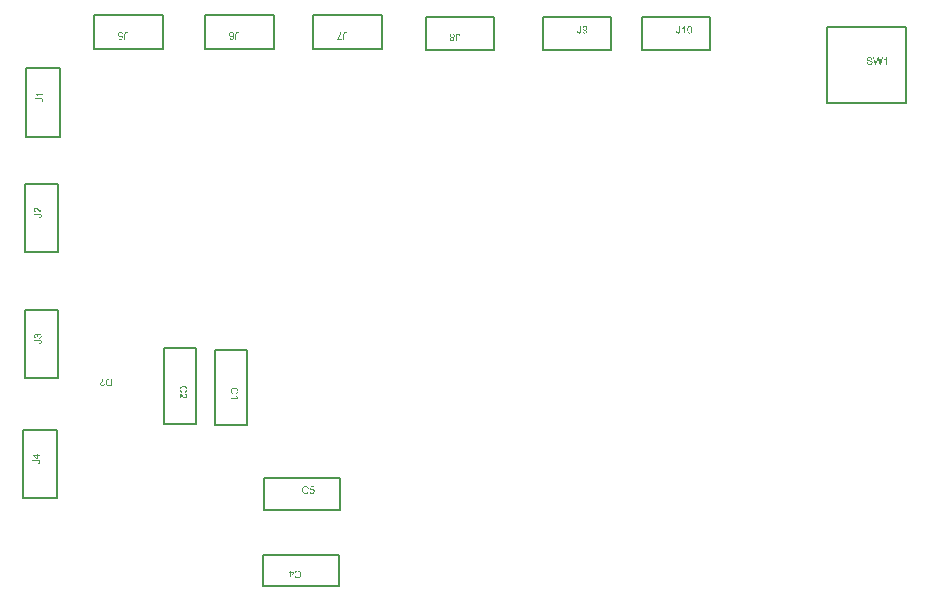
<source format=gbr>
G04*
G04 #@! TF.GenerationSoftware,Altium Limited,Altium Designer,24.10.1 (45)*
G04*
G04 Layer_Color=16711935*
%FSLAX25Y25*%
%MOIN*%
G70*
G04*
G04 #@! TF.SameCoordinates,82B40839-DE60-4B9F-80D9-4B01C0AB2508*
G04*
G04*
G04 #@! TF.FilePolarity,Positive*
G04*
G01*
G75*
%ADD10C,0.00787*%
G36*
X77858Y83498D02*
X77885D01*
X77920Y83495D01*
X77960Y83493D01*
X78005Y83487D01*
X78054Y83482D01*
X78105Y83473D01*
X78160Y83464D01*
X78218Y83451D01*
X78276Y83436D01*
X78334Y83420D01*
X78393Y83400D01*
X78449Y83376D01*
X78506Y83351D01*
X78509Y83349D01*
X78518Y83343D01*
X78533Y83334D01*
X78555Y83324D01*
X78578Y83307D01*
X78606Y83289D01*
X78638Y83265D01*
X78671Y83240D01*
X78706Y83213D01*
X78744Y83180D01*
X78780Y83145D01*
X78817Y83107D01*
X78853Y83065D01*
X78888Y83021D01*
X78921Y82974D01*
X78952Y82923D01*
X78953Y82919D01*
X78959Y82910D01*
X78966Y82896D01*
X78975Y82874D01*
X78988Y82849D01*
X79001Y82818D01*
X79013Y82781D01*
X79028Y82743D01*
X79043Y82699D01*
X79055Y82652D01*
X79070Y82601D01*
X79081Y82548D01*
X79090Y82492D01*
X79097Y82433D01*
X79102Y82373D01*
X79104Y82312D01*
Y82286D01*
X79102Y82275D01*
X79101Y82248D01*
X79099Y82215D01*
X79093Y82179D01*
X79088Y82137D01*
X79081Y82090D01*
X79070Y82040D01*
X79057Y81989D01*
X79043Y81937D01*
X79023Y81884D01*
X79001Y81831D01*
X78975Y81776D01*
X78946Y81726D01*
X78912Y81676D01*
X78910Y81673D01*
X78902Y81665D01*
X78891Y81651D01*
X78875Y81634D01*
X78857Y81613D01*
X78831Y81589D01*
X78804Y81564D01*
X78771Y81534D01*
X78735Y81505D01*
X78695Y81474D01*
X78649Y81445D01*
X78602Y81416D01*
X78549Y81387D01*
X78493Y81362D01*
X78433Y81336D01*
X78369Y81316D01*
X78293Y81644D01*
X78296Y81646D01*
X78305Y81647D01*
X78318Y81653D01*
X78338Y81660D01*
X78360Y81669D01*
X78386Y81680D01*
X78415Y81695D01*
X78446Y81709D01*
X78478Y81726D01*
X78511Y81746D01*
X78544Y81766D01*
X78578Y81789D01*
X78609Y81815D01*
X78640Y81840D01*
X78668Y81869D01*
X78693Y81900D01*
X78695Y81902D01*
X78698Y81907D01*
X78704Y81917D01*
X78713Y81929D01*
X78722Y81946D01*
X78733Y81966D01*
X78744Y81989D01*
X78757Y82015D01*
X78768Y82044D01*
X78779Y82075D01*
X78790Y82110D01*
X78799Y82146D01*
X78808Y82186D01*
X78813Y82228D01*
X78817Y82271D01*
X78819Y82319D01*
Y82346D01*
X78817Y82366D01*
X78815Y82392D01*
X78811Y82421D01*
X78808Y82454D01*
X78800Y82488D01*
X78793Y82526D01*
X78784Y82565D01*
X78773Y82605D01*
X78760Y82647D01*
X78744Y82687D01*
X78724Y82727D01*
X78704Y82767D01*
X78679Y82805D01*
X78677Y82807D01*
X78673Y82814D01*
X78664Y82823D01*
X78653Y82836D01*
X78638Y82852D01*
X78622Y82870D01*
X78602Y82890D01*
X78580Y82912D01*
X78555Y82934D01*
X78527Y82958D01*
X78496Y82980D01*
X78462Y83001D01*
X78427Y83023D01*
X78389Y83043D01*
X78349Y83061D01*
X78305Y83078D01*
X78304D01*
X78294Y83081D01*
X78282Y83085D01*
X78265Y83091D01*
X78243Y83096D01*
X78218Y83103D01*
X78189Y83109D01*
X78156Y83116D01*
X78122Y83123D01*
X78083Y83131D01*
X78043Y83138D01*
X78001Y83143D01*
X77914Y83152D01*
X77869Y83154D01*
X77821Y83156D01*
X77818D01*
X77807D01*
X77790D01*
X77767Y83154D01*
X77739Y83152D01*
X77707Y83151D01*
X77670Y83149D01*
X77632Y83145D01*
X77588Y83140D01*
X77543Y83134D01*
X77450Y83116D01*
X77401Y83107D01*
X77354Y83094D01*
X77306Y83080D01*
X77261Y83063D01*
X77259Y83061D01*
X77250Y83060D01*
X77239Y83054D01*
X77223Y83045D01*
X77202Y83036D01*
X77179Y83023D01*
X77153Y83009D01*
X77126Y82992D01*
X77099Y82972D01*
X77070Y82950D01*
X77039Y82927D01*
X77010Y82901D01*
X76980Y82872D01*
X76953Y82841D01*
X76928Y82808D01*
X76904Y82772D01*
X76902Y82770D01*
X76898Y82763D01*
X76893Y82752D01*
X76886Y82737D01*
X76877Y82719D01*
X76866Y82697D01*
X76857Y82672D01*
X76846Y82645D01*
X76833Y82614D01*
X76824Y82581D01*
X76813Y82544D01*
X76804Y82508D01*
X76797Y82468D01*
X76791Y82428D01*
X76788Y82386D01*
X76786Y82344D01*
Y82332D01*
X76788Y82317D01*
Y82297D01*
X76791Y82273D01*
X76795Y82246D01*
X76798Y82213D01*
X76806Y82181D01*
X76815Y82144D01*
X76826Y82106D01*
X76838Y82066D01*
X76853Y82026D01*
X76871Y81986D01*
X76893Y81946D01*
X76919Y81907D01*
X76946Y81869D01*
X76948Y81867D01*
X76953Y81860D01*
X76962Y81851D01*
X76977Y81838D01*
X76993Y81822D01*
X77013Y81804D01*
X77039Y81784D01*
X77066Y81764D01*
X77099Y81742D01*
X77133Y81720D01*
X77173Y81696D01*
X77217Y81676D01*
X77263Y81655D01*
X77314Y81636D01*
X77366Y81620D01*
X77425Y81605D01*
X77341Y81272D01*
X77339D01*
X77335Y81274D01*
X77330Y81276D01*
X77323Y81278D01*
X77314Y81280D01*
X77301Y81283D01*
X77273Y81292D01*
X77239Y81305D01*
X77201Y81320D01*
X77157Y81338D01*
X77110Y81360D01*
X77059Y81383D01*
X77008Y81411D01*
X76957Y81442D01*
X76904Y81476D01*
X76853Y81514D01*
X76804Y81556D01*
X76758Y81602D01*
X76715Y81651D01*
X76713Y81655D01*
X76706Y81664D01*
X76695Y81678D01*
X76682Y81700D01*
X76666Y81726D01*
X76647Y81758D01*
X76627Y81795D01*
X76607Y81836D01*
X76587Y81882D01*
X76567Y81933D01*
X76549Y81988D01*
X76533Y82046D01*
X76520Y82110D01*
X76509Y82175D01*
X76502Y82244D01*
X76500Y82317D01*
Y82344D01*
X76502Y82357D01*
Y82384D01*
X76505Y82419D01*
X76509Y82459D01*
X76515Y82504D01*
X76520Y82552D01*
X76529Y82605D01*
X76540Y82657D01*
X76555Y82714D01*
X76569Y82768D01*
X76589Y82823D01*
X76611Y82878D01*
X76636Y82930D01*
X76666Y82980D01*
X76667Y82983D01*
X76673Y82990D01*
X76684Y83003D01*
X76696Y83021D01*
X76713Y83043D01*
X76735Y83067D01*
X76758Y83094D01*
X76788Y83123D01*
X76820Y83154D01*
X76855Y83185D01*
X76895Y83218D01*
X76937Y83251D01*
X76984Y83282D01*
X77033Y83313D01*
X77088Y83342D01*
X77144Y83367D01*
X77146D01*
X77148Y83369D01*
X77159Y83373D01*
X77175Y83380D01*
X77199Y83387D01*
X77228Y83398D01*
X77263Y83409D01*
X77303Y83422D01*
X77346Y83433D01*
X77395Y83445D01*
X77448Y83458D01*
X77503Y83469D01*
X77563Y83480D01*
X77623Y83487D01*
X77687Y83495D01*
X77752Y83498D01*
X77819Y83500D01*
X77821D01*
X77825D01*
X77830D01*
X77838D01*
X77847D01*
X77858Y83498D01*
D02*
G37*
G36*
X78438Y80748D02*
X78442Y80741D01*
X78449Y80726D01*
X78458Y80708D01*
X78469Y80686D01*
X78484Y80659D01*
X78500Y80630D01*
X78518Y80599D01*
X78540Y80564D01*
X78562Y80528D01*
X78613Y80452D01*
X78669Y80373D01*
X78731Y80299D01*
X78733Y80297D01*
X78738Y80290D01*
X78748Y80280D01*
X78760Y80268D01*
X78777Y80251D01*
X78795Y80233D01*
X78817Y80213D01*
X78839Y80191D01*
X78864Y80169D01*
X78891Y80146D01*
X78948Y80100D01*
X79008Y80058D01*
X79039Y80040D01*
X79070Y80024D01*
Y79824D01*
X76542D01*
Y80133D01*
X78511D01*
X78509Y80135D01*
X78506Y80138D01*
X78500Y80144D01*
X78493Y80153D01*
X78484Y80164D01*
X78471Y80178D01*
X78458Y80195D01*
X78444Y80211D01*
X78429Y80233D01*
X78411Y80255D01*
X78395Y80279D01*
X78374Y80304D01*
X78356Y80333D01*
X78336Y80362D01*
X78296Y80428D01*
X78294Y80430D01*
X78291Y80435D01*
X78285Y80446D01*
X78280Y80459D01*
X78271Y80473D01*
X78260Y80492D01*
X78249Y80513D01*
X78236Y80535D01*
X78211Y80586D01*
X78185Y80641D01*
X78160Y80697D01*
X78138Y80752D01*
X78436D01*
X78438Y80748D01*
D02*
G37*
G36*
X60858Y83998D02*
X60885D01*
X60920Y83995D01*
X60960Y83993D01*
X61005Y83987D01*
X61054Y83982D01*
X61105Y83973D01*
X61160Y83964D01*
X61218Y83951D01*
X61276Y83936D01*
X61335Y83920D01*
X61393Y83900D01*
X61449Y83876D01*
X61506Y83851D01*
X61509Y83849D01*
X61518Y83843D01*
X61533Y83834D01*
X61555Y83824D01*
X61578Y83807D01*
X61606Y83789D01*
X61638Y83765D01*
X61671Y83740D01*
X61706Y83713D01*
X61744Y83680D01*
X61780Y83645D01*
X61817Y83607D01*
X61853Y83565D01*
X61888Y83521D01*
X61921Y83474D01*
X61952Y83423D01*
X61953Y83419D01*
X61959Y83410D01*
X61966Y83396D01*
X61975Y83374D01*
X61988Y83349D01*
X62001Y83318D01*
X62013Y83281D01*
X62028Y83243D01*
X62042Y83199D01*
X62055Y83152D01*
X62070Y83101D01*
X62081Y83048D01*
X62090Y82992D01*
X62097Y82933D01*
X62103Y82873D01*
X62104Y82812D01*
Y82786D01*
X62103Y82775D01*
X62101Y82748D01*
X62099Y82715D01*
X62093Y82679D01*
X62088Y82637D01*
X62081Y82590D01*
X62070Y82540D01*
X62057Y82489D01*
X62042Y82437D01*
X62023Y82384D01*
X62001Y82331D01*
X61975Y82276D01*
X61946Y82226D01*
X61911Y82176D01*
X61910Y82173D01*
X61902Y82165D01*
X61891Y82151D01*
X61875Y82134D01*
X61857Y82113D01*
X61831Y82089D01*
X61804Y82064D01*
X61771Y82034D01*
X61735Y82005D01*
X61695Y81974D01*
X61649Y81945D01*
X61602Y81916D01*
X61549Y81887D01*
X61493Y81862D01*
X61433Y81836D01*
X61369Y81816D01*
X61293Y82144D01*
X61296Y82146D01*
X61305Y82147D01*
X61318Y82153D01*
X61338Y82160D01*
X61360Y82169D01*
X61386Y82180D01*
X61415Y82195D01*
X61445Y82209D01*
X61478Y82226D01*
X61511Y82246D01*
X61544Y82266D01*
X61578Y82289D01*
X61609Y82315D01*
X61640Y82340D01*
X61668Y82369D01*
X61693Y82400D01*
X61695Y82402D01*
X61699Y82407D01*
X61704Y82417D01*
X61713Y82429D01*
X61722Y82446D01*
X61733Y82466D01*
X61744Y82489D01*
X61757Y82515D01*
X61768Y82544D01*
X61779Y82575D01*
X61790Y82610D01*
X61799Y82646D01*
X61808Y82686D01*
X61813Y82728D01*
X61817Y82771D01*
X61819Y82819D01*
Y82846D01*
X61817Y82866D01*
X61815Y82892D01*
X61811Y82921D01*
X61808Y82954D01*
X61800Y82988D01*
X61793Y83026D01*
X61784Y83065D01*
X61773Y83105D01*
X61760Y83147D01*
X61744Y83187D01*
X61724Y83227D01*
X61704Y83267D01*
X61678Y83305D01*
X61677Y83307D01*
X61673Y83314D01*
X61664Y83323D01*
X61653Y83336D01*
X61638Y83352D01*
X61622Y83370D01*
X61602Y83390D01*
X61580Y83412D01*
X61555Y83434D01*
X61527Y83458D01*
X61497Y83479D01*
X61462Y83501D01*
X61427Y83523D01*
X61389Y83543D01*
X61349Y83561D01*
X61305Y83578D01*
X61304D01*
X61295Y83581D01*
X61282Y83585D01*
X61265Y83591D01*
X61243Y83596D01*
X61218Y83603D01*
X61189Y83609D01*
X61156Y83616D01*
X61122Y83623D01*
X61083Y83631D01*
X61043Y83638D01*
X61001Y83643D01*
X60914Y83652D01*
X60869Y83654D01*
X60821Y83656D01*
X60818D01*
X60807D01*
X60790D01*
X60767Y83654D01*
X60739Y83652D01*
X60707Y83651D01*
X60670Y83649D01*
X60632Y83645D01*
X60588Y83640D01*
X60543Y83634D01*
X60450Y83616D01*
X60401Y83607D01*
X60353Y83594D01*
X60306Y83580D01*
X60261Y83563D01*
X60259Y83561D01*
X60250Y83560D01*
X60239Y83554D01*
X60223Y83545D01*
X60202Y83536D01*
X60179Y83523D01*
X60153Y83509D01*
X60126Y83492D01*
X60099Y83472D01*
X60070Y83450D01*
X60039Y83427D01*
X60010Y83401D01*
X59980Y83372D01*
X59953Y83341D01*
X59928Y83308D01*
X59904Y83272D01*
X59902Y83270D01*
X59899Y83263D01*
X59893Y83252D01*
X59886Y83237D01*
X59877Y83219D01*
X59866Y83197D01*
X59857Y83172D01*
X59846Y83145D01*
X59833Y83114D01*
X59824Y83081D01*
X59813Y83044D01*
X59804Y83008D01*
X59797Y82968D01*
X59791Y82928D01*
X59787Y82886D01*
X59786Y82844D01*
Y82832D01*
X59787Y82817D01*
Y82797D01*
X59791Y82773D01*
X59795Y82746D01*
X59798Y82713D01*
X59806Y82680D01*
X59815Y82644D01*
X59826Y82606D01*
X59838Y82566D01*
X59853Y82526D01*
X59871Y82486D01*
X59893Y82446D01*
X59919Y82407D01*
X59946Y82369D01*
X59948Y82367D01*
X59953Y82360D01*
X59962Y82351D01*
X59977Y82338D01*
X59993Y82322D01*
X60013Y82304D01*
X60039Y82284D01*
X60066Y82264D01*
X60099Y82242D01*
X60133Y82220D01*
X60173Y82196D01*
X60217Y82176D01*
X60263Y82155D01*
X60313Y82136D01*
X60366Y82120D01*
X60425Y82105D01*
X60341Y81772D01*
X60339D01*
X60335Y81774D01*
X60330Y81776D01*
X60323Y81778D01*
X60313Y81780D01*
X60301Y81783D01*
X60273Y81792D01*
X60239Y81805D01*
X60201Y81820D01*
X60157Y81838D01*
X60110Y81860D01*
X60059Y81883D01*
X60008Y81911D01*
X59957Y81942D01*
X59904Y81976D01*
X59853Y82014D01*
X59804Y82056D01*
X59758Y82102D01*
X59715Y82151D01*
X59713Y82155D01*
X59706Y82164D01*
X59695Y82178D01*
X59682Y82200D01*
X59666Y82226D01*
X59647Y82258D01*
X59627Y82295D01*
X59607Y82336D01*
X59587Y82382D01*
X59567Y82433D01*
X59549Y82488D01*
X59533Y82546D01*
X59520Y82610D01*
X59509Y82675D01*
X59502Y82744D01*
X59500Y82817D01*
Y82844D01*
X59502Y82857D01*
Y82884D01*
X59505Y82919D01*
X59509Y82959D01*
X59514Y83004D01*
X59520Y83052D01*
X59529Y83105D01*
X59540Y83157D01*
X59554Y83214D01*
X59569Y83268D01*
X59589Y83323D01*
X59611Y83378D01*
X59636Y83430D01*
X59666Y83479D01*
X59667Y83483D01*
X59673Y83490D01*
X59684Y83503D01*
X59697Y83521D01*
X59713Y83543D01*
X59735Y83567D01*
X59758Y83594D01*
X59787Y83623D01*
X59820Y83654D01*
X59855Y83685D01*
X59895Y83718D01*
X59937Y83751D01*
X59984Y83782D01*
X60033Y83813D01*
X60088Y83842D01*
X60144Y83867D01*
X60146D01*
X60148Y83869D01*
X60159Y83873D01*
X60175Y83880D01*
X60199Y83887D01*
X60228Y83898D01*
X60263Y83909D01*
X60303Y83922D01*
X60346Y83933D01*
X60395Y83945D01*
X60448Y83958D01*
X60503Y83969D01*
X60563Y83980D01*
X60623Y83987D01*
X60687Y83995D01*
X60752Y83998D01*
X60819Y84000D01*
X60821D01*
X60825D01*
X60830D01*
X60838D01*
X60847D01*
X60858Y83998D01*
D02*
G37*
G36*
X59582Y81525D02*
X59611Y81523D01*
X59642Y81519D01*
X59678Y81514D01*
X59716Y81505D01*
X59755Y81492D01*
X59757D01*
X59762Y81488D01*
X59771Y81485D01*
X59784Y81479D01*
X59800Y81474D01*
X59818Y81465D01*
X59838Y81454D01*
X59860Y81443D01*
X59886Y81430D01*
X59911Y81414D01*
X59968Y81379D01*
X60028Y81337D01*
X60090Y81288D01*
X60091Y81286D01*
X60097Y81281D01*
X60106Y81274D01*
X60119Y81263D01*
X60135Y81248D01*
X60153Y81230D01*
X60175Y81210D01*
X60199Y81185D01*
X60226Y81157D01*
X60255Y81128D01*
X60286Y81095D01*
X60321Y81059D01*
X60355Y81019D01*
X60392Y80977D01*
X60430Y80932D01*
X60470Y80884D01*
X60472Y80882D01*
X60474Y80879D01*
X60479Y80873D01*
X60485Y80866D01*
X60494Y80857D01*
X60503Y80846D01*
X60526Y80819D01*
X60554Y80784D01*
X60588Y80748D01*
X60625Y80706D01*
X60665Y80662D01*
X60707Y80615D01*
X60750Y80569D01*
X60794Y80522D01*
X60839Y80478D01*
X60883Y80435D01*
X60925Y80396D01*
X60967Y80360D01*
X61005Y80331D01*
X61007Y80329D01*
X61014Y80326D01*
X61025Y80318D01*
X61038Y80307D01*
X61056Y80296D01*
X61076Y80285D01*
X61100Y80271D01*
X61125Y80258D01*
X61152Y80245D01*
X61182Y80231D01*
X61245Y80207D01*
X61278Y80198D01*
X61311Y80191D01*
X61344Y80187D01*
X61376Y80185D01*
X61378D01*
X61386D01*
X61395D01*
X61407Y80187D01*
X61424Y80189D01*
X61442Y80193D01*
X61462Y80196D01*
X61484Y80202D01*
X61507Y80209D01*
X61533Y80218D01*
X61558Y80229D01*
X61584Y80242D01*
X61611Y80256D01*
X61637Y80274D01*
X61662Y80295D01*
X61686Y80318D01*
X61688Y80320D01*
X61691Y80324D01*
X61697Y80331D01*
X61706Y80342D01*
X61715Y80355D01*
X61726Y80371D01*
X61739Y80389D01*
X61750Y80409D01*
X61762Y80433D01*
X61773Y80458D01*
X61784Y80487D01*
X61793Y80516D01*
X61802Y80549D01*
X61808Y80584D01*
X61811Y80620D01*
X61813Y80659D01*
Y80680D01*
X61811Y80695D01*
X61809Y80715D01*
X61806Y80737D01*
X61802Y80760D01*
X61797Y80788D01*
X61790Y80815D01*
X61780Y80844D01*
X61769Y80873D01*
X61757Y80904D01*
X61740Y80933D01*
X61722Y80963D01*
X61702Y80992D01*
X61678Y81017D01*
X61677Y81019D01*
X61673Y81023D01*
X61664Y81030D01*
X61655Y81037D01*
X61640Y81048D01*
X61624Y81059D01*
X61604Y81072D01*
X61582Y81083D01*
X61558Y81095D01*
X61529Y81108D01*
X61500Y81119D01*
X61467Y81130D01*
X61431Y81137D01*
X61393Y81144D01*
X61353Y81148D01*
X61309Y81150D01*
X61342Y81468D01*
X61344D01*
X61345D01*
X61351Y81467D01*
X61358D01*
X61376Y81465D01*
X61400Y81459D01*
X61429Y81454D01*
X61464Y81447D01*
X61502Y81437D01*
X61542Y81427D01*
X61586Y81412D01*
X61629Y81396D01*
X61675Y81376D01*
X61720Y81352D01*
X61764Y81326D01*
X61806Y81296D01*
X61846Y81263D01*
X61882Y81225D01*
X61884Y81223D01*
X61890Y81215D01*
X61901Y81203D01*
X61911Y81186D01*
X61926Y81164D01*
X61942Y81139D01*
X61959Y81108D01*
X61977Y81073D01*
X61993Y81033D01*
X62010Y80992D01*
X62026Y80944D01*
X62041Y80893D01*
X62053Y80839D01*
X62063Y80780D01*
X62068Y80719D01*
X62070Y80653D01*
Y80637D01*
X62068Y80619D01*
X62066Y80593D01*
X62064Y80562D01*
X62059Y80528D01*
X62053Y80487D01*
X62044Y80446D01*
X62033Y80400D01*
X62021Y80355D01*
X62004Y80305D01*
X61984Y80258D01*
X61961Y80211D01*
X61935Y80165D01*
X61904Y80122D01*
X61868Y80080D01*
X61866Y80078D01*
X61859Y80071D01*
X61848Y80060D01*
X61831Y80047D01*
X61813Y80031D01*
X61790Y80012D01*
X61762Y79992D01*
X61731Y79972D01*
X61697Y79954D01*
X61659Y79934D01*
X61617Y79916D01*
X61573Y79900D01*
X61526Y79887D01*
X61476Y79876D01*
X61424Y79869D01*
X61369Y79867D01*
X61367D01*
X61362D01*
X61355D01*
X61344D01*
X61329Y79869D01*
X61314Y79870D01*
X61296Y79872D01*
X61276Y79874D01*
X61231Y79881D01*
X61180Y79892D01*
X61127Y79909D01*
X61072Y79929D01*
X61071D01*
X61065Y79932D01*
X61058Y79936D01*
X61047Y79941D01*
X61034Y79947D01*
X61018Y79956D01*
X61000Y79965D01*
X60980Y79978D01*
X60958Y79991D01*
X60934Y80005D01*
X60881Y80041D01*
X60854Y80062D01*
X60825Y80083D01*
X60796Y80109D01*
X60765Y80134D01*
X60763Y80136D01*
X60758Y80142D01*
X60748Y80149D01*
X60736Y80162D01*
X60719Y80178D01*
X60699Y80198D01*
X60676Y80220D01*
X60648Y80247D01*
X60619Y80278D01*
X60587Y80314D01*
X60550Y80353D01*
X60510Y80396D01*
X60468Y80444D01*
X60423Y80495D01*
X60374Y80551D01*
X60323Y80611D01*
X60321Y80615D01*
X60312Y80624D01*
X60301Y80637D01*
X60284Y80655D01*
X60266Y80678D01*
X60244Y80702D01*
X60221Y80730D01*
X60195Y80759D01*
X60142Y80821D01*
X60115Y80850D01*
X60090Y80879D01*
X60064Y80906D01*
X60042Y80930D01*
X60022Y80951D01*
X60004Y80968D01*
X60000Y80972D01*
X59990Y80981D01*
X59973Y80995D01*
X59953Y81013D01*
X59928Y81033D01*
X59900Y81055D01*
X59869Y81077D01*
X59838Y81097D01*
Y79863D01*
X59542D01*
Y81527D01*
X59544D01*
X59547D01*
X59553D01*
X59560D01*
X59571D01*
X59582Y81525D01*
D02*
G37*
G36*
X33973Y86149D02*
X33622D01*
Y86500D01*
X33973D01*
Y86149D01*
D02*
G37*
G36*
X37000Y83981D02*
X36085D01*
X36061Y83983D01*
X36032D01*
X36001Y83985D01*
X35966D01*
X35893Y83990D01*
X35819Y83996D01*
X35783Y84001D01*
X35748Y84005D01*
X35715Y84010D01*
X35684Y84018D01*
X35682D01*
X35675Y84019D01*
X35664Y84023D01*
X35648Y84027D01*
X35630Y84034D01*
X35608Y84041D01*
X35584Y84048D01*
X35557Y84059D01*
X35500Y84083D01*
X35438Y84116D01*
X35377Y84152D01*
X35346Y84174D01*
X35317Y84198D01*
X35315Y84200D01*
X35307Y84205D01*
X35296Y84216D01*
X35284Y84229D01*
X35267Y84245D01*
X35247Y84265D01*
X35227Y84289D01*
X35204Y84314D01*
X35180Y84345D01*
X35156Y84378D01*
X35131Y84412D01*
X35105Y84451D01*
X35082Y84493D01*
X35060Y84534D01*
X35038Y84582D01*
X35018Y84629D01*
X35016Y84633D01*
X35014Y84642D01*
X35009Y84654D01*
X35002Y84675D01*
X34994Y84700D01*
X34987Y84729D01*
X34978Y84764D01*
X34967Y84802D01*
X34958Y84844D01*
X34949Y84891D01*
X34942Y84940D01*
X34934Y84993D01*
X34927Y85048D01*
X34922Y85106D01*
X34920Y85166D01*
X34918Y85228D01*
Y85232D01*
Y85241D01*
Y85255D01*
X34920Y85277D01*
Y85301D01*
X34922Y85330D01*
X34923Y85362D01*
X34927Y85399D01*
X34931Y85437D01*
X34934Y85479D01*
X34947Y85565D01*
X34964Y85652D01*
X34985Y85738D01*
Y85739D01*
X34989Y85747D01*
X34993Y85759D01*
X34998Y85774D01*
X35004Y85792D01*
X35013Y85814D01*
X35022Y85839D01*
X35033Y85865D01*
X35056Y85923D01*
X35087Y85985D01*
X35120Y86045D01*
X35158Y86103D01*
X35160Y86105D01*
X35164Y86109D01*
X35169Y86118D01*
X35176Y86127D01*
X35186Y86140D01*
X35198Y86154D01*
X35225Y86187D01*
X35260Y86223D01*
X35298Y86262D01*
X35342Y86298D01*
X35388Y86333D01*
X35389D01*
X35393Y86336D01*
X35400Y86340D01*
X35409Y86345D01*
X35422Y86353D01*
X35437Y86360D01*
X35453Y86369D01*
X35471Y86378D01*
X35493Y86389D01*
X35515Y86400D01*
X35540Y86409D01*
X35566Y86420D01*
X35624Y86440D01*
X35688Y86458D01*
X35690D01*
X35695Y86460D01*
X35706Y86462D01*
X35719Y86465D01*
X35735Y86467D01*
X35755Y86471D01*
X35779Y86475D01*
X35804Y86478D01*
X35833Y86484D01*
X35864Y86487D01*
X35897Y86491D01*
X35934Y86493D01*
X35970Y86496D01*
X36010Y86498D01*
X36092Y86500D01*
X37000D01*
Y83981D01*
D02*
G37*
G36*
X33919Y85879D02*
Y85872D01*
Y85861D01*
Y85847D01*
X33921Y85817D01*
Y85803D01*
Y85790D01*
Y85788D01*
Y85783D01*
Y85772D01*
Y85759D01*
X33919Y85745D01*
X33917Y85725D01*
Y85705D01*
X33913Y85683D01*
X33908Y85634D01*
X33899Y85581D01*
X33886Y85526D01*
X33870Y85475D01*
Y85474D01*
X33868Y85470D01*
X33866Y85466D01*
X33862Y85459D01*
X33853Y85439D01*
X33841Y85413D01*
X33822Y85383D01*
X33802Y85348D01*
X33777Y85312D01*
X33748Y85275D01*
X33744Y85272D01*
X33735Y85261D01*
X33720Y85244D01*
X33709Y85233D01*
X33697Y85221D01*
X33682Y85206D01*
X33666Y85190D01*
X33648Y85171D01*
X33628Y85151D01*
X33606Y85131D01*
X33580Y85108D01*
X33555Y85084D01*
X33526Y85059D01*
X33524Y85057D01*
X33518Y85053D01*
X33511Y85044D01*
X33500Y85035D01*
X33487Y85022D01*
X33473Y85009D01*
X33440Y84977D01*
X33404Y84940D01*
X33371Y84904D01*
X33355Y84884D01*
X33340Y84868D01*
X33329Y84849D01*
X33318Y84833D01*
Y84831D01*
X33316Y84829D01*
X33311Y84818D01*
X33302Y84802D01*
X33293Y84778D01*
X33285Y84751D01*
X33276Y84720D01*
X33271Y84685D01*
X33269Y84649D01*
Y84647D01*
Y84642D01*
Y84631D01*
X33271Y84618D01*
X33273Y84604D01*
X33276Y84585D01*
X33282Y84563D01*
X33287Y84542D01*
X33294Y84518D01*
X33304Y84493D01*
X33314Y84467D01*
X33329Y84440D01*
X33345Y84412D01*
X33364Y84385D01*
X33386Y84358D01*
X33411Y84332D01*
X33413Y84331D01*
X33416Y84327D01*
X33426Y84320D01*
X33437Y84311D01*
X33449Y84300D01*
X33466Y84289D01*
X33486Y84276D01*
X33506Y84263D01*
X33531Y84250D01*
X33557Y84238D01*
X33586Y84227D01*
X33615Y84216D01*
X33648Y84207D01*
X33682Y84200D01*
X33717Y84196D01*
X33755Y84194D01*
X33775D01*
X33788Y84196D01*
X33804Y84198D01*
X33824Y84201D01*
X33846Y84205D01*
X33871Y84210D01*
X33897Y84216D01*
X33922Y84225D01*
X33950Y84234D01*
X33979Y84247D01*
X34006Y84261D01*
X34033Y84278D01*
X34061Y84298D01*
X34086Y84320D01*
X34088Y84321D01*
X34092Y84325D01*
X34099Y84332D01*
X34108Y84343D01*
X34117Y84356D01*
X34130Y84373D01*
X34143Y84392D01*
X34157Y84414D01*
X34172Y84440D01*
X34186Y84469D01*
X34199Y84500D01*
X34214Y84534D01*
X34226Y84573D01*
X34239Y84614D01*
X34248Y84658D01*
X34257Y84706D01*
X34576Y84666D01*
Y84664D01*
Y84662D01*
X34574Y84656D01*
Y84649D01*
X34570Y84631D01*
X34567Y84607D01*
X34559Y84578D01*
X34552Y84544D01*
X34541Y84507D01*
X34528Y84467D01*
X34514Y84423D01*
X34496Y84380D01*
X34476Y84334D01*
X34452Y84290D01*
X34425Y84247D01*
X34394Y84203D01*
X34361Y84163D01*
X34323Y84127D01*
X34321Y84125D01*
X34314Y84119D01*
X34301Y84109D01*
X34285Y84098D01*
X34263Y84083D01*
X34237Y84067D01*
X34206Y84050D01*
X34172Y84032D01*
X34133Y84016D01*
X34092Y83999D01*
X34046Y83983D01*
X33995Y83968D01*
X33942Y83956D01*
X33884Y83947D01*
X33824Y83941D01*
X33760Y83939D01*
X33744D01*
X33724Y83941D01*
X33699Y83943D01*
X33668Y83945D01*
X33631Y83950D01*
X33591Y83956D01*
X33547Y83965D01*
X33502Y83976D01*
X33455Y83988D01*
X33406Y84005D01*
X33356Y84025D01*
X33307Y84048D01*
X33260Y84074D01*
X33214Y84105D01*
X33171Y84141D01*
X33169Y84143D01*
X33162Y84150D01*
X33151Y84161D01*
X33136Y84178D01*
X33120Y84198D01*
X33102Y84220D01*
X33082Y84247D01*
X33060Y84278D01*
X33040Y84312D01*
X33020Y84349D01*
X33002Y84389D01*
X32985Y84433D01*
X32970Y84478D01*
X32960Y84525D01*
X32952Y84576D01*
X32950Y84629D01*
Y84631D01*
Y84636D01*
Y84645D01*
X32952Y84656D01*
Y84671D01*
X32954Y84689D01*
X32958Y84707D01*
X32960Y84729D01*
X32969Y84775D01*
X32983Y84826D01*
X33003Y84880D01*
X33014Y84906D01*
X33029Y84933D01*
Y84935D01*
X33032Y84939D01*
X33038Y84948D01*
X33043Y84958D01*
X33052Y84971D01*
X33065Y84988D01*
X33078Y85006D01*
X33094Y85028D01*
X33114Y85051D01*
X33136Y85077D01*
X33162Y85104D01*
X33189Y85133D01*
X33220Y85166D01*
X33253Y85199D01*
X33291Y85235D01*
X33331Y85272D01*
X33333Y85273D01*
X33338Y85277D01*
X33345Y85284D01*
X33355Y85293D01*
X33367Y85304D01*
X33382Y85317D01*
X33413Y85346D01*
X33446Y85377D01*
X33478Y85410D01*
X33507Y85441D01*
X33518Y85455D01*
X33529Y85468D01*
X33531Y85472D01*
X33537Y85479D01*
X33546Y85492D01*
X33555Y85510D01*
X33566Y85532D01*
X33578Y85557D01*
X33589Y85585D01*
X33599Y85615D01*
Y85619D01*
X33600Y85625D01*
X33602Y85632D01*
X33604Y85639D01*
X33606Y85652D01*
X33608Y85665D01*
X33609Y85679D01*
X33611Y85697D01*
X33613Y85716D01*
X33617Y85738D01*
X33619Y85763D01*
Y85788D01*
X33620Y85817D01*
X33622Y85848D01*
Y85881D01*
X33919D01*
Y85879D01*
D02*
G37*
G36*
X101567Y50603D02*
X101595Y50601D01*
X101627Y50599D01*
X101664Y50594D01*
X101706Y50588D01*
X101753Y50581D01*
X101802Y50570D01*
X101853Y50557D01*
X101906Y50542D01*
X101959Y50523D01*
X102011Y50501D01*
X102066Y50475D01*
X102117Y50446D01*
X102166Y50411D01*
X102170Y50410D01*
X102177Y50402D01*
X102192Y50391D01*
X102208Y50375D01*
X102230Y50357D01*
X102253Y50331D01*
X102279Y50304D01*
X102308Y50271D01*
X102337Y50235D01*
X102368Y50195D01*
X102397Y50149D01*
X102426Y50102D01*
X102455Y50049D01*
X102481Y49993D01*
X102506Y49933D01*
X102526Y49869D01*
X102199Y49793D01*
X102197Y49796D01*
X102195Y49805D01*
X102190Y49818D01*
X102182Y49838D01*
X102173Y49860D01*
X102163Y49885D01*
X102148Y49915D01*
X102133Y49946D01*
X102117Y49978D01*
X102097Y50011D01*
X102077Y50044D01*
X102053Y50078D01*
X102028Y50109D01*
X102002Y50140D01*
X101973Y50168D01*
X101942Y50193D01*
X101940Y50195D01*
X101935Y50199D01*
X101926Y50204D01*
X101913Y50213D01*
X101897Y50222D01*
X101877Y50233D01*
X101853Y50244D01*
X101828Y50257D01*
X101798Y50268D01*
X101768Y50279D01*
X101733Y50289D01*
X101697Y50299D01*
X101656Y50308D01*
X101615Y50313D01*
X101571Y50317D01*
X101524Y50319D01*
X101496D01*
X101476Y50317D01*
X101451Y50315D01*
X101422Y50311D01*
X101389Y50308D01*
X101354Y50300D01*
X101316Y50293D01*
X101278Y50284D01*
X101238Y50273D01*
X101196Y50260D01*
X101156Y50244D01*
X101116Y50224D01*
X101076Y50204D01*
X101038Y50178D01*
X101036Y50177D01*
X101029Y50173D01*
X101020Y50164D01*
X101007Y50153D01*
X100990Y50138D01*
X100972Y50122D01*
X100952Y50102D01*
X100930Y50080D01*
X100909Y50055D01*
X100885Y50027D01*
X100863Y49997D01*
X100841Y49962D01*
X100819Y49927D01*
X100799Y49889D01*
X100781Y49849D01*
X100765Y49805D01*
Y49804D01*
X100761Y49795D01*
X100757Y49782D01*
X100752Y49765D01*
X100747Y49744D01*
X100739Y49718D01*
X100734Y49689D01*
X100726Y49656D01*
X100719Y49622D01*
X100712Y49583D01*
X100705Y49543D01*
X100699Y49501D01*
X100690Y49414D01*
X100688Y49369D01*
X100687Y49321D01*
Y49318D01*
Y49307D01*
Y49290D01*
X100688Y49267D01*
X100690Y49239D01*
X100692Y49207D01*
X100694Y49170D01*
X100697Y49132D01*
X100703Y49088D01*
X100708Y49043D01*
X100726Y48950D01*
X100736Y48901D01*
X100748Y48853D01*
X100763Y48806D01*
X100779Y48761D01*
X100781Y48759D01*
X100783Y48750D01*
X100788Y48739D01*
X100797Y48722D01*
X100807Y48702D01*
X100819Y48679D01*
X100834Y48653D01*
X100850Y48626D01*
X100870Y48599D01*
X100892Y48570D01*
X100916Y48539D01*
X100941Y48510D01*
X100970Y48480D01*
X101001Y48453D01*
X101034Y48428D01*
X101070Y48404D01*
X101072Y48402D01*
X101080Y48399D01*
X101091Y48393D01*
X101105Y48386D01*
X101123Y48377D01*
X101145Y48366D01*
X101171Y48357D01*
X101198Y48346D01*
X101229Y48333D01*
X101262Y48324D01*
X101298Y48313D01*
X101334Y48304D01*
X101374Y48297D01*
X101414Y48291D01*
X101456Y48287D01*
X101498Y48286D01*
X101511D01*
X101525Y48287D01*
X101546D01*
X101569Y48291D01*
X101596Y48295D01*
X101629Y48298D01*
X101662Y48306D01*
X101698Y48315D01*
X101737Y48326D01*
X101777Y48338D01*
X101817Y48353D01*
X101857Y48371D01*
X101897Y48393D01*
X101935Y48419D01*
X101973Y48446D01*
X101975Y48448D01*
X101982Y48453D01*
X101991Y48462D01*
X102004Y48477D01*
X102021Y48493D01*
X102039Y48513D01*
X102059Y48539D01*
X102079Y48566D01*
X102101Y48599D01*
X102122Y48633D01*
X102146Y48673D01*
X102166Y48717D01*
X102188Y48763D01*
X102206Y48814D01*
X102223Y48866D01*
X102237Y48924D01*
X102570Y48841D01*
Y48839D01*
X102568Y48835D01*
X102567Y48830D01*
X102565Y48823D01*
X102563Y48814D01*
X102559Y48801D01*
X102550Y48774D01*
X102537Y48739D01*
X102523Y48701D01*
X102505Y48657D01*
X102483Y48610D01*
X102459Y48559D01*
X102432Y48508D01*
X102401Y48457D01*
X102366Y48404D01*
X102328Y48353D01*
X102286Y48304D01*
X102241Y48258D01*
X102192Y48215D01*
X102188Y48213D01*
X102179Y48206D01*
X102164Y48195D01*
X102142Y48182D01*
X102117Y48166D01*
X102084Y48147D01*
X102048Y48127D01*
X102006Y48107D01*
X101961Y48087D01*
X101909Y48067D01*
X101855Y48049D01*
X101797Y48033D01*
X101733Y48020D01*
X101667Y48009D01*
X101598Y48002D01*
X101525Y48000D01*
X101498D01*
X101485Y48002D01*
X101458D01*
X101424Y48005D01*
X101383Y48009D01*
X101338Y48015D01*
X101291Y48020D01*
X101238Y48029D01*
X101185Y48040D01*
X101129Y48055D01*
X101074Y48069D01*
X101020Y48089D01*
X100965Y48111D01*
X100912Y48136D01*
X100863Y48166D01*
X100859Y48167D01*
X100852Y48173D01*
X100839Y48184D01*
X100821Y48197D01*
X100799Y48213D01*
X100776Y48235D01*
X100748Y48258D01*
X100719Y48287D01*
X100688Y48320D01*
X100657Y48355D01*
X100625Y48395D01*
X100592Y48437D01*
X100561Y48484D01*
X100530Y48533D01*
X100501Y48588D01*
X100475Y48644D01*
Y48646D01*
X100473Y48648D01*
X100470Y48659D01*
X100463Y48675D01*
X100455Y48699D01*
X100444Y48728D01*
X100434Y48763D01*
X100421Y48803D01*
X100410Y48846D01*
X100397Y48895D01*
X100384Y48948D01*
X100373Y49003D01*
X100363Y49063D01*
X100355Y49123D01*
X100348Y49187D01*
X100344Y49252D01*
X100343Y49319D01*
Y49321D01*
Y49325D01*
Y49330D01*
Y49338D01*
Y49347D01*
X100344Y49358D01*
Y49385D01*
X100348Y49420D01*
X100350Y49460D01*
X100355Y49505D01*
X100361Y49554D01*
X100370Y49605D01*
X100379Y49660D01*
X100392Y49718D01*
X100406Y49776D01*
X100423Y49834D01*
X100443Y49893D01*
X100466Y49949D01*
X100492Y50006D01*
X100494Y50009D01*
X100499Y50018D01*
X100508Y50033D01*
X100519Y50055D01*
X100535Y50078D01*
X100554Y50106D01*
X100577Y50138D01*
X100603Y50171D01*
X100630Y50206D01*
X100663Y50244D01*
X100697Y50280D01*
X100736Y50317D01*
X100777Y50353D01*
X100821Y50388D01*
X100868Y50420D01*
X100919Y50451D01*
X100923Y50453D01*
X100932Y50459D01*
X100947Y50466D01*
X100969Y50475D01*
X100994Y50488D01*
X101025Y50501D01*
X101061Y50513D01*
X101100Y50528D01*
X101143Y50542D01*
X101191Y50555D01*
X101242Y50570D01*
X101294Y50581D01*
X101351Y50590D01*
X101409Y50597D01*
X101469Y50603D01*
X101531Y50604D01*
X101556D01*
X101567Y50603D01*
D02*
G37*
G36*
X104406Y50233D02*
X103398D01*
X103264Y49554D01*
X103265Y49556D01*
X103275Y49562D01*
X103285Y49569D01*
X103304Y49580D01*
X103324Y49591D01*
X103347Y49605D01*
X103376Y49618D01*
X103407Y49634D01*
X103442Y49649D01*
X103478Y49663D01*
X103518Y49676D01*
X103558Y49687D01*
X103602Y49698D01*
X103646Y49705D01*
X103693Y49711D01*
X103739Y49713D01*
X103753D01*
X103771Y49711D01*
X103793Y49709D01*
X103822Y49705D01*
X103855Y49700D01*
X103893Y49692D01*
X103933Y49683D01*
X103975Y49672D01*
X104021Y49656D01*
X104066Y49638D01*
X104113Y49616D01*
X104161Y49589D01*
X104208Y49560D01*
X104254Y49523D01*
X104297Y49483D01*
X104299Y49481D01*
X104306Y49472D01*
X104319Y49460D01*
X104334Y49441D01*
X104350Y49420D01*
X104370Y49392D01*
X104390Y49360D01*
X104412Y49323D01*
X104432Y49283D01*
X104452Y49239D01*
X104472Y49190D01*
X104490Y49139D01*
X104503Y49083D01*
X104516Y49023D01*
X104523Y48961D01*
X104525Y48895D01*
Y48894D01*
Y48892D01*
Y48886D01*
Y48881D01*
X104523Y48863D01*
X104521Y48839D01*
X104519Y48808D01*
X104514Y48774D01*
X104508Y48735D01*
X104499Y48693D01*
X104488Y48648D01*
X104476Y48601D01*
X104459Y48551D01*
X104441Y48502D01*
X104418Y48451D01*
X104390Y48402D01*
X104359Y48353D01*
X104325Y48306D01*
X104321Y48302D01*
X104314Y48293D01*
X104299Y48278D01*
X104281Y48258D01*
X104255Y48235D01*
X104226Y48209D01*
X104192Y48182D01*
X104152Y48153D01*
X104106Y48124D01*
X104057Y48096D01*
X104002Y48071D01*
X103942Y48047D01*
X103879Y48029D01*
X103811Y48013D01*
X103739Y48004D01*
X103662Y48000D01*
X103648D01*
X103629Y48002D01*
X103606Y48004D01*
X103577Y48005D01*
X103542Y48011D01*
X103504Y48016D01*
X103464Y48024D01*
X103420Y48035D01*
X103375Y48047D01*
X103327Y48062D01*
X103280Y48080D01*
X103234Y48102D01*
X103187Y48127D01*
X103144Y48158D01*
X103102Y48191D01*
X103100Y48193D01*
X103093Y48200D01*
X103082Y48211D01*
X103067Y48226D01*
X103051Y48246D01*
X103031Y48269D01*
X103011Y48297D01*
X102989Y48328D01*
X102967Y48362D01*
X102947Y48400D01*
X102925Y48442D01*
X102905Y48488D01*
X102889Y48537D01*
X102874Y48590D01*
X102861Y48644D01*
X102854Y48702D01*
X103178Y48730D01*
Y48728D01*
X103180Y48719D01*
X103182Y48708D01*
X103185Y48692D01*
X103191Y48671D01*
X103196Y48648D01*
X103203Y48622D01*
X103213Y48595D01*
X103234Y48539D01*
X103247Y48508D01*
X103262Y48479D01*
X103280Y48450D01*
X103298Y48422D01*
X103320Y48397D01*
X103344Y48373D01*
X103346Y48371D01*
X103349Y48368D01*
X103356Y48362D01*
X103367Y48355D01*
X103380Y48346D01*
X103396Y48335D01*
X103413Y48326D01*
X103433Y48315D01*
X103455Y48302D01*
X103480Y48293D01*
X103506Y48282D01*
X103535Y48273D01*
X103564Y48266D01*
X103595Y48260D01*
X103628Y48257D01*
X103662Y48255D01*
X103673D01*
X103684Y48257D01*
X103700D01*
X103719Y48260D01*
X103742Y48264D01*
X103768Y48269D01*
X103795Y48277D01*
X103824Y48284D01*
X103855Y48295D01*
X103886Y48309D01*
X103919Y48326D01*
X103950Y48344D01*
X103982Y48368D01*
X104013Y48393D01*
X104042Y48422D01*
X104044Y48424D01*
X104050Y48430D01*
X104057Y48440D01*
X104066Y48453D01*
X104079Y48469D01*
X104092Y48489D01*
X104106Y48513D01*
X104121Y48540D01*
X104133Y48571D01*
X104148Y48604D01*
X104161Y48641D01*
X104174Y48681D01*
X104183Y48724D01*
X104190Y48770D01*
X104195Y48817D01*
X104197Y48868D01*
Y48872D01*
Y48879D01*
X104195Y48894D01*
Y48912D01*
X104194Y48934D01*
X104190Y48961D01*
X104184Y48988D01*
X104179Y49021D01*
X104170Y49054D01*
X104161Y49086D01*
X104148Y49121D01*
X104133Y49158D01*
X104117Y49192D01*
X104097Y49225D01*
X104074Y49258D01*
X104048Y49287D01*
X104046Y49288D01*
X104041Y49294D01*
X104033Y49301D01*
X104021Y49310D01*
X104006Y49323D01*
X103988Y49336D01*
X103968Y49349D01*
X103944Y49363D01*
X103917Y49378D01*
X103888Y49390D01*
X103857Y49405D01*
X103822Y49416D01*
X103784Y49425D01*
X103744Y49432D01*
X103702Y49438D01*
X103658Y49440D01*
X103644D01*
X103633Y49438D01*
X103620D01*
X103604Y49436D01*
X103587Y49434D01*
X103568Y49431D01*
X103526Y49423D01*
X103480Y49410D01*
X103433Y49394D01*
X103387Y49370D01*
X103385D01*
X103382Y49367D01*
X103376Y49363D01*
X103367Y49358D01*
X103346Y49343D01*
X103318Y49323D01*
X103289Y49298D01*
X103258Y49268D01*
X103227Y49234D01*
X103200Y49196D01*
X102909Y49234D01*
X103153Y50528D01*
X104406D01*
Y50233D01*
D02*
G37*
G36*
X13958Y181159D02*
X11989D01*
X11991Y181157D01*
X11994Y181154D01*
X12000Y181148D01*
X12007Y181139D01*
X12016Y181128D01*
X12029Y181114D01*
X12042Y181097D01*
X12056Y181081D01*
X12071Y181059D01*
X12089Y181037D01*
X12105Y181013D01*
X12125Y180988D01*
X12144Y180959D01*
X12164Y180930D01*
X12204Y180864D01*
X12206Y180862D01*
X12209Y180857D01*
X12215Y180846D01*
X12220Y180833D01*
X12229Y180819D01*
X12240Y180800D01*
X12251Y180779D01*
X12264Y180757D01*
X12289Y180706D01*
X12315Y180651D01*
X12340Y180595D01*
X12362Y180540D01*
X12064D01*
X12062Y180544D01*
X12058Y180551D01*
X12051Y180566D01*
X12042Y180584D01*
X12031Y180606D01*
X12016Y180633D01*
X12000Y180662D01*
X11982Y180693D01*
X11960Y180728D01*
X11938Y180764D01*
X11887Y180841D01*
X11831Y180919D01*
X11769Y180993D01*
X11767Y180995D01*
X11761Y181002D01*
X11752Y181012D01*
X11740Y181024D01*
X11723Y181041D01*
X11705Y181059D01*
X11683Y181079D01*
X11661Y181101D01*
X11636Y181123D01*
X11609Y181146D01*
X11552Y181192D01*
X11492Y181234D01*
X11461Y181252D01*
X11430Y181268D01*
Y181468D01*
X13958D01*
Y181159D01*
D02*
G37*
G36*
X13208Y179883D02*
X13234D01*
X13265Y179881D01*
X13299Y179878D01*
X13336Y179876D01*
X13374Y179870D01*
X13414Y179867D01*
X13496Y179852D01*
X13536Y179843D01*
X13574Y179832D01*
X13611Y179821D01*
X13645Y179807D01*
X13647D01*
X13652Y179803D01*
X13661Y179799D01*
X13674Y179792D01*
X13689Y179785D01*
X13705Y179774D01*
X13723Y179761D01*
X13743Y179748D01*
X13763Y179732D01*
X13785Y179714D01*
X13807Y179694D01*
X13829Y179672D01*
X13851Y179648D01*
X13871Y179623D01*
X13891Y179596D01*
X13909Y179565D01*
X13911Y179563D01*
X13913Y179557D01*
X13918Y179548D01*
X13924Y179535D01*
X13931Y179519D01*
X13938Y179501D01*
X13945Y179479D01*
X13954Y179454D01*
X13964Y179426D01*
X13971Y179397D01*
X13978Y179365D01*
X13985Y179332D01*
X13991Y179295D01*
X13996Y179257D01*
X13998Y179219D01*
X14000Y179177D01*
Y179162D01*
X13998Y179146D01*
X13996Y179122D01*
X13995Y179095D01*
X13989Y179062D01*
X13984Y179026D01*
X13976Y178988D01*
X13965Y178948D01*
X13954Y178906D01*
X13938Y178864D01*
X13920Y178822D01*
X13898Y178780D01*
X13873Y178740D01*
X13844Y178702D01*
X13811Y178667D01*
X13809Y178666D01*
X13802Y178660D01*
X13791Y178651D01*
X13774Y178640D01*
X13754Y178627D01*
X13731Y178613D01*
X13702Y178596D01*
X13669Y178582D01*
X13631Y178566D01*
X13589Y178549D01*
X13541Y178536D01*
X13490Y178524D01*
X13436Y178513D01*
X13376Y178505D01*
X13312Y178500D01*
X13245D01*
X13203Y178800D01*
X13206D01*
X13216D01*
X13230Y178802D01*
X13250Y178804D01*
X13274Y178806D01*
X13299Y178809D01*
X13329Y178813D01*
X13361Y178819D01*
X13427Y178831D01*
X13492Y178849D01*
X13521Y178862D01*
X13551Y178875D01*
X13576Y178891D01*
X13598Y178908D01*
X13600Y178909D01*
X13601Y178911D01*
X13607Y178919D01*
X13614Y178926D01*
X13622Y178935D01*
X13631Y178948D01*
X13642Y178960D01*
X13651Y178977D01*
X13660Y178995D01*
X13671Y179015D01*
X13680Y179037D01*
X13687Y179060D01*
X13694Y179088D01*
X13698Y179115D01*
X13702Y179144D01*
X13703Y179175D01*
Y179188D01*
X13702Y179197D01*
Y179208D01*
X13700Y179221D01*
X13696Y179250D01*
X13689Y179282D01*
X13680Y179319D01*
X13665Y179357D01*
X13647Y179392D01*
Y179394D01*
X13643Y179395D01*
X13636Y179406D01*
X13623Y179423D01*
X13605Y179441D01*
X13583Y179463D01*
X13556Y179483D01*
X13525Y179503D01*
X13490Y179517D01*
X13489D01*
X13485Y179519D01*
X13479Y179521D01*
X13472Y179523D01*
X13461Y179525D01*
X13449Y179528D01*
X13432Y179532D01*
X13414Y179535D01*
X13394Y179537D01*
X13370Y179541D01*
X13345Y179545D01*
X13316Y179546D01*
X13285Y179548D01*
X13252Y179550D01*
X13216Y179552D01*
X13176D01*
X11439D01*
Y179885D01*
X13156D01*
X13159D01*
X13170D01*
X13186D01*
X13208Y179883D01*
D02*
G37*
G36*
X289526Y193603D02*
X289550D01*
X289579Y193599D01*
X289610Y193597D01*
X289647Y193594D01*
X289683Y193588D01*
X289723Y193582D01*
X289805Y193566D01*
X289849Y193555D01*
X289890Y193544D01*
X289932Y193530D01*
X289972Y193513D01*
X289974Y193512D01*
X289981Y193510D01*
X289992Y193504D01*
X290007Y193497D01*
X290025Y193488D01*
X290045Y193475D01*
X290069Y193462D01*
X290092Y193446D01*
X290120Y193430D01*
X290145Y193410D01*
X290173Y193388D01*
X290200Y193364D01*
X290227Y193339D01*
X290253Y193309D01*
X290278Y193280D01*
X290300Y193248D01*
X290302Y193246D01*
X290305Y193240D01*
X290311Y193229D01*
X290318Y193217D01*
X290327Y193200D01*
X290338Y193180D01*
X290347Y193158D01*
X290360Y193133D01*
X290371Y193106D01*
X290382Y193075D01*
X290393Y193042D01*
X290402Y193007D01*
X290411Y192971D01*
X290418Y192933D01*
X290422Y192893D01*
X290425Y192853D01*
X290105Y192829D01*
Y192833D01*
X290103Y192840D01*
X290102Y192853D01*
X290098Y192869D01*
X290094Y192887D01*
X290089Y192911D01*
X290082Y192936D01*
X290072Y192964D01*
X290063Y192993D01*
X290051Y193022D01*
X290036Y193051D01*
X290020Y193082D01*
X290002Y193111D01*
X289980Y193138D01*
X289956Y193166D01*
X289931Y193189D01*
X289929Y193191D01*
X289923Y193195D01*
X289916Y193200D01*
X289903Y193209D01*
X289887Y193219D01*
X289869Y193228D01*
X289847Y193239D01*
X289821Y193251D01*
X289792Y193262D01*
X289759Y193273D01*
X289723Y193282D01*
X289685Y193293D01*
X289641Y193300D01*
X289596Y193306D01*
X289546Y193309D01*
X289494Y193311D01*
X289465D01*
X289444Y193309D01*
X289419Y193308D01*
X289392Y193306D01*
X289359Y193302D01*
X289326Y193297D01*
X289253Y193284D01*
X289217Y193275D01*
X289181Y193264D01*
X289146Y193251D01*
X289111Y193237D01*
X289081Y193220D01*
X289053Y193200D01*
X289051Y193199D01*
X289048Y193195D01*
X289040Y193189D01*
X289031Y193180D01*
X289022Y193169D01*
X289009Y193157D01*
X288999Y193142D01*
X288986Y193126D01*
X288973Y193107D01*
X288960Y193086D01*
X288939Y193040D01*
X288930Y193017D01*
X288922Y192989D01*
X288919Y192962D01*
X288917Y192933D01*
Y192931D01*
Y192927D01*
Y192920D01*
X288919Y192911D01*
X288920Y192898D01*
X288922Y192885D01*
X288930Y192854D01*
X288940Y192818D01*
X288957Y192782D01*
X288968Y192762D01*
X288982Y192744D01*
X288997Y192725D01*
X289013Y192709D01*
X289015Y192707D01*
X289019Y192705D01*
X289024Y192700D01*
X289035Y192694D01*
X289048Y192685D01*
X289066Y192676D01*
X289086Y192665D01*
X289111Y192652D01*
X289142Y192640D01*
X289177Y192625D01*
X289219Y192611D01*
X289264Y192594D01*
X289317Y192578D01*
X289375Y192561D01*
X289441Y192545D01*
X289514Y192527D01*
X289515D01*
X289519Y192525D01*
X289525D01*
X289532Y192523D01*
X289541Y192522D01*
X289552Y192518D01*
X289579Y192512D01*
X289612Y192503D01*
X289650Y192494D01*
X289692Y192485D01*
X289736Y192472D01*
X289828Y192449D01*
X289874Y192436D01*
X289919Y192421D01*
X289963Y192409D01*
X290003Y192394D01*
X290040Y192381D01*
X290071Y192369D01*
X290072Y192367D01*
X290080Y192363D01*
X290092Y192358D01*
X290107Y192350D01*
X290125Y192340D01*
X290145Y192329D01*
X290169Y192314D01*
X290194Y192298D01*
X290220Y192281D01*
X290247Y192261D01*
X290302Y192218D01*
X290353Y192167D01*
X290374Y192139D01*
X290396Y192110D01*
X290398Y192108D01*
X290402Y192103D01*
X290406Y192094D01*
X290413Y192083D01*
X290420Y192068D01*
X290429Y192050D01*
X290440Y192030D01*
X290449Y192008D01*
X290458Y191983D01*
X290469Y191955D01*
X290478Y191926D01*
X290486Y191894D01*
X290493Y191861D01*
X290498Y191826D01*
X290500Y191792D01*
X290502Y191753D01*
Y191752D01*
Y191744D01*
Y191733D01*
X290500Y191719D01*
X290498Y191701D01*
X290496Y191681D01*
X290493Y191657D01*
X290487Y191630D01*
X290482Y191602D01*
X290473Y191571D01*
X290464Y191541D01*
X290453Y191508D01*
X290440Y191475D01*
X290424Y191440D01*
X290406Y191408D01*
X290386Y191373D01*
X290384Y191371D01*
X290380Y191366D01*
X290373Y191357D01*
X290364Y191344D01*
X290353Y191329D01*
X290338Y191311D01*
X290322Y191293D01*
X290302Y191273D01*
X290280Y191251D01*
X290254Y191229D01*
X290227Y191206D01*
X290198Y191182D01*
X290167Y191160D01*
X290132Y191138D01*
X290096Y191118D01*
X290056Y191098D01*
X290054Y191096D01*
X290047Y191095D01*
X290034Y191089D01*
X290018Y191084D01*
X289998Y191076D01*
X289974Y191067D01*
X289947Y191058D01*
X289916Y191049D01*
X289881Y191040D01*
X289843Y191031D01*
X289803Y191024D01*
X289761Y191015D01*
X289718Y191009D01*
X289670Y191004D01*
X289621Y191002D01*
X289572Y191000D01*
X289539D01*
X289515Y191002D01*
X289486Y191004D01*
X289452Y191005D01*
X289414Y191009D01*
X289372Y191013D01*
X289328Y191018D01*
X289282Y191024D01*
X289186Y191042D01*
X289137Y191053D01*
X289090Y191066D01*
X289042Y191082D01*
X288999Y191098D01*
X288997Y191100D01*
X288988Y191104D01*
X288977Y191109D01*
X288960Y191116D01*
X288940Y191127D01*
X288919Y191140D01*
X288893Y191156D01*
X288868Y191173D01*
X288839Y191193D01*
X288809Y191215D01*
X288778Y191240D01*
X288749Y191268D01*
X288718Y191297D01*
X288689Y191328D01*
X288662Y191362D01*
X288636Y191399D01*
X288635Y191400D01*
X288631Y191408D01*
X288624Y191419D01*
X288616Y191433D01*
X288605Y191453D01*
X288595Y191475D01*
X288582Y191500D01*
X288571Y191530D01*
X288558Y191562D01*
X288545Y191597D01*
X288534Y191635D01*
X288524Y191673D01*
X288514Y191715D01*
X288507Y191759D01*
X288502Y191804D01*
X288500Y191852D01*
X288815Y191879D01*
Y191877D01*
X288817Y191870D01*
Y191861D01*
X288820Y191848D01*
X288822Y191832D01*
X288826Y191812D01*
X288831Y191792D01*
X288837Y191768D01*
X288849Y191719D01*
X288868Y191666D01*
X288889Y191615D01*
X288917Y191566D01*
X288919Y191564D01*
X288920Y191560D01*
X288926Y191555D01*
X288933Y191546D01*
X288940Y191535D01*
X288951Y191524D01*
X288964Y191511D01*
X288979Y191497D01*
X288995Y191482D01*
X289015Y191466D01*
X289035Y191449D01*
X289059Y191433D01*
X289082Y191417D01*
X289110Y191400D01*
X289139Y191386D01*
X289170Y191371D01*
X289172D01*
X289177Y191368D01*
X289188Y191364D01*
X289201Y191360D01*
X289217Y191355D01*
X289235Y191348D01*
X289259Y191340D01*
X289282Y191335D01*
X289310Y191328D01*
X289341Y191320D01*
X289372Y191315D01*
X289406Y191307D01*
X289479Y191300D01*
X289557Y191297D01*
X289576D01*
X289590Y191298D01*
X289606D01*
X289625Y191300D01*
X289647Y191302D01*
X289670Y191304D01*
X289723Y191311D01*
X289779Y191320D01*
X289836Y191335D01*
X289892Y191353D01*
X289894D01*
X289899Y191355D01*
X289907Y191358D01*
X289916Y191364D01*
X289929Y191369D01*
X289941Y191377D01*
X289974Y191393D01*
X290009Y191415D01*
X290045Y191442D01*
X290080Y191473D01*
X290109Y191508D01*
Y191509D01*
X290112Y191513D01*
X290116Y191519D01*
X290120Y191526D01*
X290125Y191535D01*
X290132Y191546D01*
X290145Y191573D01*
X290158Y191604D01*
X290171Y191641D01*
X290178Y191682D01*
X290182Y191724D01*
Y191726D01*
Y191730D01*
Y191735D01*
X290180Y191744D01*
Y191755D01*
X290178Y191766D01*
X290173Y191795D01*
X290165Y191826D01*
X290153Y191861D01*
X290134Y191895D01*
X290111Y191930D01*
Y191932D01*
X290107Y191934D01*
X290098Y191945D01*
X290080Y191961D01*
X290069Y191972D01*
X290056Y191983D01*
X290041Y191994D01*
X290025Y192006D01*
X290007Y192019D01*
X289985Y192032D01*
X289963Y192045D01*
X289938Y192057D01*
X289912Y192068D01*
X289883Y192081D01*
X289881D01*
X289878Y192083D01*
X289872Y192085D01*
X289861Y192088D01*
X289849Y192092D01*
X289834Y192097D01*
X289814Y192103D01*
X289790Y192110D01*
X289761Y192119D01*
X289730Y192128D01*
X289694Y192137D01*
X289652Y192148D01*
X289606Y192161D01*
X289554Y192174D01*
X289497Y192188D01*
X289435Y192203D01*
X289434D01*
X289432Y192205D01*
X289426D01*
X289421Y192207D01*
X289403Y192212D01*
X289379Y192218D01*
X289352Y192225D01*
X289319Y192234D01*
X289282Y192243D01*
X289246Y192254D01*
X289166Y192278D01*
X289086Y192305D01*
X289048Y192320D01*
X289011Y192334D01*
X288980Y192347D01*
X288951Y192361D01*
X288949Y192363D01*
X288944Y192365D01*
X288935Y192370D01*
X288922Y192378D01*
X288908Y192387D01*
X288889Y192400D01*
X288871Y192412D01*
X288849Y192427D01*
X288806Y192460D01*
X288762Y192500D01*
X288718Y192545D01*
X288700Y192571D01*
X288682Y192596D01*
X288680Y192598D01*
X288678Y192603D01*
X288675Y192611D01*
X288669Y192622D01*
X288662Y192634D01*
X288655Y192649D01*
X288647Y192667D01*
X288638Y192687D01*
X288631Y192711D01*
X288622Y192734D01*
X288609Y192787D01*
X288598Y192845D01*
X288596Y192876D01*
X288595Y192909D01*
Y192911D01*
Y192918D01*
Y192927D01*
X288596Y192942D01*
X288598Y192958D01*
X288600Y192978D01*
X288604Y193000D01*
X288607Y193026D01*
X288615Y193053D01*
X288620Y193080D01*
X288629Y193109D01*
X288640Y193140D01*
X288653Y193171D01*
X288667Y193202D01*
X288684Y193235D01*
X288702Y193266D01*
X288704Y193268D01*
X288707Y193273D01*
X288713Y193282D01*
X288722Y193293D01*
X288733Y193308D01*
X288748Y193322D01*
X288764Y193341D01*
X288782Y193359D01*
X288802Y193379D01*
X288826Y193401D01*
X288851Y193421D01*
X288880Y193442D01*
X288911Y193462D01*
X288944Y193482D01*
X288979Y193501D01*
X289017Y193517D01*
X289019Y193519D01*
X289026Y193521D01*
X289037Y193524D01*
X289053Y193532D01*
X289073Y193537D01*
X289095Y193544D01*
X289122Y193553D01*
X289153Y193561D01*
X289186Y193570D01*
X289221Y193577D01*
X289259Y193584D01*
X289299Y193592D01*
X289343Y193597D01*
X289386Y193601D01*
X289432Y193603D01*
X289479Y193604D01*
X289506D01*
X289526Y193603D01*
D02*
G37*
G36*
X293276Y191042D02*
X292952D01*
X292426Y192960D01*
Y192964D01*
X292422Y192971D01*
X292418Y192982D01*
X292415Y192998D01*
X292409Y193018D01*
X292404Y193038D01*
X292397Y193062D01*
X292389Y193087D01*
X292375Y193138D01*
X292369Y193162D01*
X292362Y193186D01*
X292356Y193208D01*
X292351Y193226D01*
X292347Y193242D01*
X292344Y193255D01*
Y193253D01*
X292342Y193248D01*
X292340Y193239D01*
X292337Y193226D01*
X292333Y193211D01*
X292329Y193193D01*
X292324Y193175D01*
X292318Y193153D01*
X292307Y193107D01*
X292295Y193058D01*
X292282Y193007D01*
X292269Y192960D01*
X291740Y191042D01*
X291394D01*
X290729Y193561D01*
X291070D01*
X291452Y191908D01*
Y191904D01*
X291456Y191897D01*
X291458Y191883D01*
X291463Y191865D01*
X291468Y191841D01*
X291474Y191814D01*
X291481Y191781D01*
X291488Y191746D01*
X291497Y191710D01*
X291505Y191670D01*
X291514Y191626D01*
X291523Y191582D01*
X291541Y191490D01*
X291559Y191393D01*
Y191395D01*
X291561Y191399D01*
Y191404D01*
X291563Y191411D01*
X291567Y191420D01*
X291568Y191431D01*
X291574Y191457D01*
X291583Y191490D01*
X291590Y191524D01*
X291599Y191562D01*
X291610Y191602D01*
X291630Y191684D01*
X291639Y191724D01*
X291649Y191761D01*
X291658Y191794D01*
X291663Y191821D01*
X291670Y191844D01*
X291672Y191852D01*
X291674Y191859D01*
X292151Y193561D01*
X292553D01*
X292914Y192285D01*
Y192283D01*
X292915Y192279D01*
X292917Y192272D01*
X292919Y192263D01*
X292923Y192252D01*
X292926Y192238D01*
X292930Y192223D01*
X292935Y192205D01*
X292941Y192185D01*
X292946Y192163D01*
X292959Y192112D01*
X292973Y192057D01*
X292988Y191996D01*
X293004Y191928D01*
X293021Y191859D01*
X293037Y191784D01*
X293054Y191708D01*
X293085Y191551D01*
X293110Y191393D01*
Y191397D01*
X293112Y191404D01*
X293115Y191417D01*
X293119Y191435D01*
X293125Y191459D01*
X293130Y191484D01*
X293137Y191517D01*
X293145Y191551D01*
X293154Y191590D01*
X293163Y191631D01*
X293172Y191677D01*
X293185Y191724D01*
X293196Y191775D01*
X293208Y191828D01*
X293221Y191885D01*
X293236Y191941D01*
X293631Y193561D01*
X293967D01*
X293276Y191042D01*
D02*
G37*
G36*
X295316D02*
X295006D01*
Y193011D01*
X295005Y193009D01*
X295001Y193006D01*
X294995Y193000D01*
X294986Y192993D01*
X294975Y192984D01*
X294961Y192971D01*
X294945Y192958D01*
X294928Y192944D01*
X294906Y192929D01*
X294884Y192911D01*
X294861Y192895D01*
X294835Y192875D01*
X294806Y192856D01*
X294777Y192836D01*
X294712Y192796D01*
X294710Y192795D01*
X294704Y192791D01*
X294693Y192785D01*
X294681Y192780D01*
X294666Y192771D01*
X294648Y192760D01*
X294626Y192749D01*
X294604Y192736D01*
X294553Y192711D01*
X294499Y192685D01*
X294442Y192660D01*
X294388Y192638D01*
Y192936D01*
X294391Y192938D01*
X294399Y192942D01*
X294413Y192949D01*
X294431Y192958D01*
X294453Y192969D01*
X294480Y192984D01*
X294510Y193000D01*
X294541Y193018D01*
X294575Y193040D01*
X294612Y193062D01*
X294688Y193113D01*
X294766Y193169D01*
X294841Y193231D01*
X294843Y193233D01*
X294850Y193239D01*
X294859Y193248D01*
X294872Y193260D01*
X294888Y193277D01*
X294906Y193295D01*
X294926Y193317D01*
X294948Y193339D01*
X294970Y193364D01*
X294994Y193391D01*
X295039Y193448D01*
X295081Y193508D01*
X295099Y193539D01*
X295116Y193570D01*
X295316D01*
Y191042D01*
D02*
G37*
G36*
X13458Y141765D02*
X13456D01*
X13453D01*
X13447D01*
X13440D01*
X13429D01*
X13418Y141767D01*
X13389Y141769D01*
X13358Y141773D01*
X13322Y141778D01*
X13283Y141787D01*
X13245Y141800D01*
X13243D01*
X13238Y141804D01*
X13229Y141807D01*
X13216Y141813D01*
X13200Y141818D01*
X13182Y141827D01*
X13161Y141838D01*
X13140Y141849D01*
X13114Y141862D01*
X13089Y141878D01*
X13032Y141913D01*
X12972Y141955D01*
X12910Y142004D01*
X12909Y142006D01*
X12903Y142011D01*
X12894Y142018D01*
X12881Y142029D01*
X12865Y142044D01*
X12847Y142062D01*
X12825Y142082D01*
X12801Y142107D01*
X12774Y142135D01*
X12745Y142164D01*
X12714Y142197D01*
X12679Y142233D01*
X12645Y142273D01*
X12608Y142315D01*
X12570Y142360D01*
X12530Y142408D01*
X12528Y142410D01*
X12526Y142413D01*
X12521Y142419D01*
X12515Y142426D01*
X12506Y142435D01*
X12497Y142446D01*
X12474Y142473D01*
X12446Y142508D01*
X12412Y142544D01*
X12375Y142586D01*
X12335Y142630D01*
X12293Y142677D01*
X12250Y142723D01*
X12206Y142770D01*
X12161Y142814D01*
X12117Y142857D01*
X12075Y142896D01*
X12033Y142932D01*
X11995Y142961D01*
X11993Y142963D01*
X11986Y142967D01*
X11975Y142974D01*
X11962Y142985D01*
X11944Y142996D01*
X11924Y143007D01*
X11900Y143021D01*
X11875Y143034D01*
X11847Y143047D01*
X11818Y143061D01*
X11755Y143085D01*
X11722Y143094D01*
X11689Y143101D01*
X11656Y143105D01*
X11624Y143107D01*
X11622D01*
X11614D01*
X11605D01*
X11593Y143105D01*
X11576Y143103D01*
X11558Y143099D01*
X11538Y143096D01*
X11516Y143090D01*
X11493Y143083D01*
X11467Y143074D01*
X11442Y143063D01*
X11416Y143050D01*
X11389Y143036D01*
X11363Y143017D01*
X11338Y142998D01*
X11314Y142974D01*
X11312Y142972D01*
X11309Y142968D01*
X11303Y142961D01*
X11294Y142950D01*
X11285Y142937D01*
X11274Y142921D01*
X11261Y142903D01*
X11250Y142883D01*
X11238Y142859D01*
X11227Y142834D01*
X11216Y142805D01*
X11207Y142775D01*
X11198Y142743D01*
X11192Y142708D01*
X11189Y142672D01*
X11187Y142633D01*
Y142612D01*
X11189Y142597D01*
X11190Y142577D01*
X11194Y142555D01*
X11198Y142532D01*
X11203Y142504D01*
X11210Y142477D01*
X11220Y142448D01*
X11231Y142419D01*
X11243Y142388D01*
X11260Y142359D01*
X11278Y142330D01*
X11298Y142300D01*
X11321Y142275D01*
X11323Y142273D01*
X11327Y142270D01*
X11336Y142262D01*
X11345Y142255D01*
X11360Y142244D01*
X11376Y142233D01*
X11396Y142220D01*
X11418Y142209D01*
X11442Y142197D01*
X11471Y142184D01*
X11500Y142173D01*
X11533Y142162D01*
X11569Y142155D01*
X11607Y142148D01*
X11647Y142144D01*
X11691Y142142D01*
X11658Y141824D01*
X11656D01*
X11655D01*
X11649Y141825D01*
X11642D01*
X11624Y141827D01*
X11600Y141833D01*
X11571Y141838D01*
X11536Y141845D01*
X11498Y141855D01*
X11458Y141866D01*
X11414Y141880D01*
X11371Y141896D01*
X11325Y141916D01*
X11280Y141940D01*
X11236Y141966D01*
X11194Y141997D01*
X11154Y142029D01*
X11118Y142068D01*
X11116Y142069D01*
X11110Y142077D01*
X11100Y142089D01*
X11089Y142106D01*
X11074Y142128D01*
X11058Y142153D01*
X11041Y142184D01*
X11023Y142218D01*
X11007Y142259D01*
X10990Y142300D01*
X10974Y142348D01*
X10959Y142399D01*
X10947Y142453D01*
X10938Y142512D01*
X10932Y142573D01*
X10930Y142639D01*
Y142655D01*
X10932Y142674D01*
X10934Y142699D01*
X10936Y142730D01*
X10941Y142764D01*
X10947Y142805D01*
X10956Y142846D01*
X10967Y142892D01*
X10979Y142937D01*
X10996Y142987D01*
X11016Y143034D01*
X11039Y143081D01*
X11065Y143127D01*
X11096Y143170D01*
X11132Y143212D01*
X11134Y143214D01*
X11141Y143221D01*
X11152Y143232D01*
X11169Y143245D01*
X11187Y143261D01*
X11210Y143280D01*
X11238Y143300D01*
X11269Y143320D01*
X11303Y143338D01*
X11342Y143358D01*
X11383Y143376D01*
X11427Y143392D01*
X11474Y143405D01*
X11524Y143416D01*
X11576Y143423D01*
X11631Y143425D01*
X11633D01*
X11638D01*
X11645D01*
X11656D01*
X11671Y143423D01*
X11686Y143422D01*
X11704Y143420D01*
X11724Y143418D01*
X11769Y143411D01*
X11820Y143400D01*
X11873Y143383D01*
X11928Y143363D01*
X11929D01*
X11935Y143360D01*
X11942Y143356D01*
X11953Y143351D01*
X11966Y143345D01*
X11982Y143336D01*
X12000Y143327D01*
X12020Y143314D01*
X12042Y143301D01*
X12066Y143287D01*
X12119Y143251D01*
X12146Y143230D01*
X12175Y143209D01*
X12204Y143183D01*
X12235Y143158D01*
X12237Y143156D01*
X12242Y143150D01*
X12252Y143143D01*
X12264Y143130D01*
X12281Y143114D01*
X12301Y143094D01*
X12324Y143072D01*
X12352Y143045D01*
X12381Y143014D01*
X12414Y142977D01*
X12450Y142939D01*
X12490Y142896D01*
X12532Y142848D01*
X12577Y142797D01*
X12626Y142741D01*
X12677Y142681D01*
X12679Y142677D01*
X12688Y142668D01*
X12699Y142655D01*
X12716Y142637D01*
X12734Y142613D01*
X12756Y142590D01*
X12779Y142562D01*
X12805Y142533D01*
X12858Y142472D01*
X12885Y142442D01*
X12910Y142413D01*
X12936Y142386D01*
X12958Y142362D01*
X12978Y142341D01*
X12996Y142324D01*
X13000Y142321D01*
X13011Y142311D01*
X13027Y142297D01*
X13047Y142279D01*
X13072Y142259D01*
X13100Y142237D01*
X13131Y142215D01*
X13161Y142195D01*
Y143429D01*
X13458D01*
Y141765D01*
D02*
G37*
G36*
X12708Y141383D02*
X12734D01*
X12765Y141381D01*
X12799Y141378D01*
X12836Y141376D01*
X12874Y141370D01*
X12914Y141367D01*
X12996Y141352D01*
X13036Y141343D01*
X13074Y141332D01*
X13111Y141321D01*
X13145Y141307D01*
X13147D01*
X13152Y141303D01*
X13161Y141299D01*
X13174Y141292D01*
X13189Y141285D01*
X13205Y141274D01*
X13223Y141261D01*
X13243Y141249D01*
X13263Y141232D01*
X13285Y141214D01*
X13307Y141194D01*
X13329Y141172D01*
X13351Y141148D01*
X13371Y141123D01*
X13391Y141096D01*
X13409Y141065D01*
X13411Y141063D01*
X13413Y141057D01*
X13418Y141048D01*
X13424Y141035D01*
X13431Y141019D01*
X13438Y141001D01*
X13445Y140979D01*
X13454Y140954D01*
X13464Y140926D01*
X13471Y140897D01*
X13478Y140865D01*
X13486Y140832D01*
X13491Y140795D01*
X13496Y140757D01*
X13498Y140719D01*
X13500Y140677D01*
Y140662D01*
X13498Y140646D01*
X13496Y140622D01*
X13495Y140595D01*
X13489Y140562D01*
X13484Y140526D01*
X13476Y140488D01*
X13465Y140448D01*
X13454Y140406D01*
X13438Y140364D01*
X13420Y140322D01*
X13398Y140280D01*
X13373Y140240D01*
X13343Y140202D01*
X13311Y140167D01*
X13309Y140166D01*
X13302Y140160D01*
X13291Y140151D01*
X13274Y140140D01*
X13254Y140127D01*
X13231Y140113D01*
X13202Y140096D01*
X13169Y140082D01*
X13131Y140066D01*
X13089Y140049D01*
X13041Y140036D01*
X12990Y140024D01*
X12936Y140013D01*
X12876Y140005D01*
X12812Y140000D01*
X12745D01*
X12703Y140300D01*
X12707D01*
X12716D01*
X12730Y140302D01*
X12750Y140304D01*
X12774Y140306D01*
X12799Y140309D01*
X12829Y140313D01*
X12861Y140319D01*
X12927Y140331D01*
X12992Y140349D01*
X13021Y140362D01*
X13050Y140375D01*
X13076Y140391D01*
X13098Y140408D01*
X13100Y140409D01*
X13101Y140411D01*
X13107Y140419D01*
X13114Y140426D01*
X13122Y140435D01*
X13131Y140448D01*
X13141Y140460D01*
X13151Y140477D01*
X13160Y140495D01*
X13171Y140515D01*
X13180Y140537D01*
X13187Y140560D01*
X13194Y140588D01*
X13198Y140615D01*
X13202Y140644D01*
X13203Y140675D01*
Y140688D01*
X13202Y140697D01*
Y140708D01*
X13200Y140721D01*
X13196Y140750D01*
X13189Y140782D01*
X13180Y140819D01*
X13165Y140857D01*
X13147Y140892D01*
Y140894D01*
X13143Y140895D01*
X13136Y140906D01*
X13123Y140923D01*
X13105Y140941D01*
X13083Y140963D01*
X13056Y140983D01*
X13025Y141003D01*
X12990Y141017D01*
X12989D01*
X12985Y141019D01*
X12979Y141021D01*
X12972Y141023D01*
X12961Y141025D01*
X12949Y141028D01*
X12932Y141032D01*
X12914Y141035D01*
X12894Y141037D01*
X12870Y141041D01*
X12845Y141045D01*
X12816Y141047D01*
X12785Y141048D01*
X12752Y141050D01*
X12716Y141052D01*
X12676D01*
X10939D01*
Y141385D01*
X12655D01*
X12659D01*
X12670D01*
X12686D01*
X12708Y141383D01*
D02*
G37*
G36*
X12745Y101453D02*
X12767Y101451D01*
X12796Y101447D01*
X12829Y101442D01*
X12865Y101434D01*
X12905Y101423D01*
X12949Y101411D01*
X12992Y101396D01*
X13040Y101376D01*
X13087Y101352D01*
X13134Y101325D01*
X13182Y101292D01*
X13227Y101254D01*
X13271Y101212D01*
X13273Y101209D01*
X13280Y101201D01*
X13293Y101189D01*
X13307Y101169D01*
X13323Y101145D01*
X13343Y101118D01*
X13363Y101083D01*
X13385Y101047D01*
X13407Y101005D01*
X13427Y100957D01*
X13447Y100908D01*
X13464Y100854D01*
X13478Y100797D01*
X13491Y100735D01*
X13498Y100672D01*
X13500Y100604D01*
Y100590D01*
X13498Y100572D01*
X13496Y100550D01*
X13495Y100521D01*
X13489Y100488D01*
X13484Y100452D01*
X13475Y100411D01*
X13465Y100370D01*
X13453Y100324D01*
X13436Y100279D01*
X13416Y100231D01*
X13395Y100186D01*
X13369Y100140D01*
X13338Y100095D01*
X13304Y100053D01*
X13302Y100051D01*
X13294Y100044D01*
X13283Y100033D01*
X13267Y100018D01*
X13247Y100002D01*
X13223Y99982D01*
X13196Y99962D01*
X13165Y99940D01*
X13131Y99918D01*
X13091Y99896D01*
X13049Y99876D01*
X13003Y99856D01*
X12954Y99840D01*
X12903Y99824D01*
X12848Y99813D01*
X12790Y99805D01*
X12748Y100115D01*
X12752D01*
X12759Y100117D01*
X12774Y100120D01*
X12792Y100126D01*
X12814Y100131D01*
X12837Y100138D01*
X12865Y100148D01*
X12894Y100157D01*
X12958Y100182D01*
X13020Y100213D01*
X13050Y100231D01*
X13080Y100251D01*
X13105Y100271D01*
X13129Y100295D01*
X13131Y100297D01*
X13134Y100300D01*
X13140Y100308D01*
X13147Y100319D01*
X13156Y100329D01*
X13165Y100346D01*
X13176Y100362D01*
X13185Y100382D01*
X13196Y100404D01*
X13207Y100428D01*
X13216Y100453D01*
X13225Y100481D01*
X13232Y100510D01*
X13238Y100541D01*
X13242Y100572D01*
X13243Y100606D01*
Y100615D01*
X13242Y100628D01*
Y100643D01*
X13238Y100663D01*
X13236Y100684D01*
X13231Y100708D01*
X13225Y100735D01*
X13216Y100763D01*
X13207Y100794D01*
X13194Y100825D01*
X13180Y100856D01*
X13161Y100886D01*
X13141Y100917D01*
X13120Y100946D01*
X13092Y100976D01*
X13091Y100978D01*
X13085Y100983D01*
X13078Y100990D01*
X13065Y100999D01*
X13050Y101010D01*
X13032Y101023D01*
X13012Y101038D01*
X12989Y101052D01*
X12963Y101065D01*
X12934Y101079D01*
X12905Y101092D01*
X12870Y101103D01*
X12836Y101112D01*
X12799Y101119D01*
X12759Y101125D01*
X12719Y101127D01*
X12717D01*
X12710D01*
X12699D01*
X12683Y101125D01*
X12666Y101123D01*
X12645Y101119D01*
X12621Y101116D01*
X12596Y101109D01*
X12568Y101101D01*
X12539Y101092D01*
X12510Y101081D01*
X12481Y101068D01*
X12452Y101052D01*
X12423Y101032D01*
X12395Y101012D01*
X12368Y100987D01*
X12366Y100985D01*
X12363Y100981D01*
X12355Y100972D01*
X12346Y100961D01*
X12335Y100948D01*
X12324Y100932D01*
X12312Y100912D01*
X12299Y100890D01*
X12286Y100866D01*
X12273Y100839D01*
X12262Y100810D01*
X12252Y100779D01*
X12242Y100746D01*
X12235Y100710D01*
X12231Y100673D01*
X12230Y100634D01*
Y100617D01*
X12231Y100599D01*
X12233Y100573D01*
X12237Y100541D01*
X12244Y100504D01*
X12252Y100462D01*
X12262Y100415D01*
X11991Y100450D01*
Y100455D01*
X11993Y100461D01*
Y100468D01*
X11995Y100484D01*
Y100519D01*
X11993Y100532D01*
X11991Y100550D01*
X11989Y100570D01*
X11986Y100592D01*
X11982Y100617D01*
X11977Y100644D01*
X11969Y100672D01*
X11951Y100732D01*
X11940Y100763D01*
X11926Y100794D01*
X11911Y100825D01*
X11893Y100854D01*
X11891Y100856D01*
X11887Y100861D01*
X11882Y100868D01*
X11873Y100879D01*
X11862Y100890D01*
X11849Y100905D01*
X11833Y100917D01*
X11815Y100934D01*
X11793Y100948D01*
X11769Y100963D01*
X11744Y100976D01*
X11715Y100987D01*
X11684Y100997D01*
X11649Y101005D01*
X11613Y101010D01*
X11575Y101012D01*
X11573D01*
X11567D01*
X11558D01*
X11545Y101010D01*
X11533Y101008D01*
X11514Y101007D01*
X11496Y101003D01*
X11476Y100997D01*
X11433Y100983D01*
X11409Y100974D01*
X11385Y100963D01*
X11361Y100950D01*
X11338Y100934D01*
X11316Y100916D01*
X11294Y100896D01*
X11292Y100894D01*
X11289Y100890D01*
X11283Y100885D01*
X11276Y100875D01*
X11269Y100863D01*
X11258Y100850D01*
X11249Y100834D01*
X11238Y100815D01*
X11227Y100795D01*
X11218Y100774D01*
X11207Y100748D01*
X11200Y100723D01*
X11192Y100694D01*
X11187Y100664D01*
X11183Y100632D01*
X11181Y100599D01*
Y100581D01*
X11183Y100570D01*
X11185Y100553D01*
X11187Y100535D01*
X11190Y100515D01*
X11196Y100493D01*
X11209Y100446D01*
X11218Y100422D01*
X11231Y100397D01*
X11243Y100371D01*
X11258Y100346D01*
X11276Y100322D01*
X11296Y100299D01*
X11298Y100297D01*
X11302Y100293D01*
X11309Y100288D01*
X11318Y100279D01*
X11329Y100269D01*
X11343Y100259D01*
X11361Y100248D01*
X11380Y100235D01*
X11403Y100222D01*
X11429Y100209D01*
X11456Y100195D01*
X11487Y100184D01*
X11520Y100171D01*
X11554Y100162D01*
X11593Y100153D01*
X11635Y100146D01*
X11580Y99836D01*
X11578D01*
X11576D01*
X11565Y99840D01*
X11551Y99844D01*
X11529Y99849D01*
X11502Y99856D01*
X11473Y99865D01*
X11440Y99876D01*
X11403Y99889D01*
X11365Y99906D01*
X11325Y99924D01*
X11285Y99945D01*
X11245Y99969D01*
X11205Y99995D01*
X11167Y100024D01*
X11130Y100057D01*
X11098Y100093D01*
X11096Y100095D01*
X11090Y100102D01*
X11081Y100113D01*
X11070Y100129D01*
X11058Y100149D01*
X11043Y100173D01*
X11028Y100200D01*
X11012Y100231D01*
X10996Y100266D01*
X10981Y100304D01*
X10967Y100344D01*
X10954Y100388D01*
X10943Y100435D01*
X10934Y100486D01*
X10928Y100539D01*
X10927Y100593D01*
Y100613D01*
X10928Y100628D01*
Y100646D01*
X10932Y100668D01*
X10934Y100692D01*
X10938Y100717D01*
X10943Y100746D01*
X10948Y100776D01*
X10965Y100839D01*
X10974Y100874D01*
X10987Y100907D01*
X10999Y100939D01*
X11016Y100972D01*
X11017Y100974D01*
X11019Y100979D01*
X11025Y100988D01*
X11032Y101001D01*
X11041Y101016D01*
X11052Y101032D01*
X11065Y101050D01*
X11079Y101070D01*
X11114Y101114D01*
X11156Y101158D01*
X11203Y101199D01*
X11231Y101219D01*
X11258Y101238D01*
X11260Y101240D01*
X11265Y101241D01*
X11272Y101247D01*
X11285Y101252D01*
X11298Y101260D01*
X11316Y101267D01*
X11334Y101276D01*
X11356Y101285D01*
X11380Y101292D01*
X11403Y101301D01*
X11458Y101316D01*
X11518Y101327D01*
X11549Y101329D01*
X11582Y101331D01*
X11584D01*
X11589D01*
X11598D01*
X11609Y101329D01*
X11624D01*
X11640Y101325D01*
X11660Y101323D01*
X11680Y101320D01*
X11727Y101309D01*
X11777Y101292D01*
X11802Y101283D01*
X11829Y101270D01*
X11855Y101258D01*
X11880Y101241D01*
X11882Y101240D01*
X11886Y101238D01*
X11893Y101232D01*
X11902Y101225D01*
X11913Y101216D01*
X11926Y101205D01*
X11940Y101192D01*
X11957Y101176D01*
X11973Y101160D01*
X11989Y101139D01*
X12008Y101119D01*
X12026Y101096D01*
X12042Y101070D01*
X12060Y101043D01*
X12077Y101014D01*
X12091Y100983D01*
Y100985D01*
X12093Y100992D01*
X12097Y101005D01*
X12102Y101019D01*
X12108Y101039D01*
X12117Y101061D01*
X12126Y101085D01*
X12139Y101110D01*
X12151Y101138D01*
X12168Y101167D01*
X12184Y101196D01*
X12204Y101225D01*
X12226Y101252D01*
X12250Y101280D01*
X12277Y101307D01*
X12306Y101331D01*
X12308Y101332D01*
X12313Y101336D01*
X12323Y101341D01*
X12335Y101351D01*
X12352Y101360D01*
X12370Y101371D01*
X12392Y101382D01*
X12417Y101392D01*
X12446Y101403D01*
X12477Y101416D01*
X12510Y101425D01*
X12546Y101434D01*
X12585Y101443D01*
X12625Y101449D01*
X12666Y101453D01*
X12712Y101454D01*
X12716D01*
X12727D01*
X12745Y101453D01*
D02*
G37*
G36*
X12705Y99383D02*
X12730D01*
X12761Y99381D01*
X12796Y99378D01*
X12832Y99376D01*
X12870Y99370D01*
X12910Y99367D01*
X12992Y99352D01*
X13032Y99343D01*
X13070Y99332D01*
X13107Y99321D01*
X13141Y99307D01*
X13143D01*
X13149Y99303D01*
X13158Y99299D01*
X13171Y99292D01*
X13185Y99285D01*
X13202Y99274D01*
X13220Y99261D01*
X13240Y99248D01*
X13260Y99232D01*
X13282Y99214D01*
X13304Y99194D01*
X13325Y99172D01*
X13347Y99148D01*
X13367Y99123D01*
X13387Y99096D01*
X13405Y99065D01*
X13407Y99063D01*
X13409Y99057D01*
X13415Y99048D01*
X13420Y99036D01*
X13427Y99019D01*
X13434Y99001D01*
X13442Y98979D01*
X13451Y98954D01*
X13460Y98926D01*
X13467Y98897D01*
X13475Y98864D01*
X13482Y98832D01*
X13487Y98795D01*
X13493Y98757D01*
X13495Y98719D01*
X13496Y98677D01*
Y98662D01*
X13495Y98646D01*
X13493Y98622D01*
X13491Y98595D01*
X13486Y98562D01*
X13480Y98526D01*
X13473Y98488D01*
X13462Y98448D01*
X13451Y98406D01*
X13434Y98364D01*
X13416Y98322D01*
X13395Y98280D01*
X13369Y98240D01*
X13340Y98202D01*
X13307Y98167D01*
X13305Y98166D01*
X13298Y98160D01*
X13287Y98151D01*
X13271Y98140D01*
X13251Y98127D01*
X13227Y98113D01*
X13198Y98096D01*
X13165Y98082D01*
X13127Y98066D01*
X13085Y98049D01*
X13038Y98036D01*
X12987Y98024D01*
X12932Y98013D01*
X12872Y98005D01*
X12808Y98000D01*
X12741D01*
X12699Y98300D01*
X12703D01*
X12712D01*
X12727Y98302D01*
X12747Y98304D01*
X12770Y98306D01*
X12796Y98309D01*
X12825Y98313D01*
X12858Y98318D01*
X12923Y98331D01*
X12989Y98349D01*
X13018Y98362D01*
X13047Y98375D01*
X13072Y98391D01*
X13094Y98408D01*
X13096Y98409D01*
X13098Y98411D01*
X13103Y98419D01*
X13111Y98426D01*
X13118Y98435D01*
X13127Y98448D01*
X13138Y98460D01*
X13147Y98477D01*
X13156Y98495D01*
X13167Y98515D01*
X13176Y98537D01*
X13183Y98561D01*
X13191Y98588D01*
X13194Y98615D01*
X13198Y98644D01*
X13200Y98675D01*
Y98688D01*
X13198Y98697D01*
Y98708D01*
X13196Y98721D01*
X13192Y98750D01*
X13185Y98783D01*
X13176Y98819D01*
X13161Y98857D01*
X13143Y98892D01*
Y98894D01*
X13140Y98895D01*
X13132Y98906D01*
X13120Y98923D01*
X13101Y98941D01*
X13080Y98963D01*
X13052Y98983D01*
X13021Y99003D01*
X12987Y99017D01*
X12985D01*
X12981Y99019D01*
X12976Y99021D01*
X12969Y99023D01*
X12958Y99025D01*
X12945Y99028D01*
X12929Y99032D01*
X12910Y99036D01*
X12890Y99037D01*
X12867Y99041D01*
X12841Y99045D01*
X12812Y99046D01*
X12781Y99048D01*
X12748Y99050D01*
X12712Y99052D01*
X12672D01*
X10936D01*
Y99385D01*
X12652D01*
X12655D01*
X12666D01*
X12683D01*
X12705Y99383D01*
D02*
G37*
G36*
X12356Y61105D02*
X12958D01*
Y60795D01*
X12356D01*
Y59703D01*
X12072D01*
X10439Y60852D01*
Y61105D01*
X12072D01*
Y61445D01*
X12356D01*
Y61105D01*
D02*
G37*
G36*
X12208Y59383D02*
X12234D01*
X12265Y59381D01*
X12299Y59378D01*
X12336Y59376D01*
X12374Y59370D01*
X12414Y59367D01*
X12496Y59352D01*
X12536Y59343D01*
X12574Y59332D01*
X12611Y59321D01*
X12645Y59307D01*
X12647D01*
X12652Y59303D01*
X12662Y59299D01*
X12674Y59292D01*
X12689Y59285D01*
X12705Y59274D01*
X12723Y59261D01*
X12743Y59249D01*
X12763Y59232D01*
X12785Y59214D01*
X12807Y59194D01*
X12829Y59172D01*
X12851Y59148D01*
X12871Y59123D01*
X12891Y59096D01*
X12909Y59065D01*
X12911Y59063D01*
X12913Y59057D01*
X12918Y59048D01*
X12924Y59035D01*
X12931Y59019D01*
X12938Y59001D01*
X12945Y58979D01*
X12955Y58954D01*
X12964Y58926D01*
X12971Y58897D01*
X12978Y58864D01*
X12986Y58832D01*
X12991Y58795D01*
X12996Y58757D01*
X12998Y58719D01*
X13000Y58677D01*
Y58662D01*
X12998Y58646D01*
X12996Y58622D01*
X12995Y58595D01*
X12989Y58562D01*
X12984Y58526D01*
X12976Y58488D01*
X12966Y58448D01*
X12955Y58406D01*
X12938Y58364D01*
X12920Y58322D01*
X12898Y58280D01*
X12873Y58240D01*
X12844Y58202D01*
X12811Y58167D01*
X12809Y58166D01*
X12802Y58160D01*
X12791Y58151D01*
X12774Y58140D01*
X12754Y58127D01*
X12731Y58113D01*
X12702Y58096D01*
X12669Y58082D01*
X12631Y58065D01*
X12589Y58049D01*
X12541Y58036D01*
X12490Y58024D01*
X12436Y58013D01*
X12376Y58005D01*
X12312Y58000D01*
X12245D01*
X12203Y58300D01*
X12207D01*
X12216D01*
X12230Y58302D01*
X12250Y58304D01*
X12274Y58306D01*
X12299Y58309D01*
X12328Y58313D01*
X12361Y58318D01*
X12427Y58331D01*
X12492Y58349D01*
X12521Y58362D01*
X12551Y58375D01*
X12576Y58391D01*
X12598Y58408D01*
X12600Y58410D01*
X12601Y58411D01*
X12607Y58419D01*
X12614Y58426D01*
X12621Y58435D01*
X12631Y58448D01*
X12641Y58460D01*
X12651Y58477D01*
X12660Y58495D01*
X12671Y58515D01*
X12680Y58537D01*
X12687Y58561D01*
X12694Y58588D01*
X12698Y58615D01*
X12702Y58644D01*
X12703Y58675D01*
Y58688D01*
X12702Y58697D01*
Y58708D01*
X12700Y58721D01*
X12696Y58750D01*
X12689Y58783D01*
X12680Y58819D01*
X12665Y58857D01*
X12647Y58892D01*
Y58894D01*
X12643Y58895D01*
X12636Y58906D01*
X12623Y58923D01*
X12605Y58941D01*
X12583Y58963D01*
X12556Y58983D01*
X12525Y59003D01*
X12490Y59017D01*
X12489D01*
X12485Y59019D01*
X12479Y59021D01*
X12472Y59023D01*
X12461Y59025D01*
X12449Y59028D01*
X12432Y59032D01*
X12414Y59035D01*
X12394Y59037D01*
X12370Y59041D01*
X12345Y59045D01*
X12316Y59047D01*
X12285Y59048D01*
X12252Y59050D01*
X12216Y59052D01*
X12176D01*
X10439D01*
Y59385D01*
X12156D01*
X12159D01*
X12170D01*
X12186D01*
X12208Y59383D01*
D02*
G37*
G36*
X78854Y201998D02*
X78878Y201996D01*
X78905Y201995D01*
X78938Y201989D01*
X78974Y201984D01*
X79012Y201976D01*
X79052Y201965D01*
X79094Y201955D01*
X79136Y201938D01*
X79178Y201920D01*
X79220Y201898D01*
X79260Y201873D01*
X79298Y201844D01*
X79333Y201811D01*
X79334Y201809D01*
X79340Y201802D01*
X79349Y201791D01*
X79360Y201774D01*
X79373Y201754D01*
X79387Y201731D01*
X79404Y201701D01*
X79418Y201669D01*
X79435Y201631D01*
X79451Y201589D01*
X79464Y201541D01*
X79476Y201490D01*
X79487Y201436D01*
X79495Y201376D01*
X79500Y201312D01*
Y201245D01*
X79200Y201203D01*
Y201206D01*
Y201216D01*
X79198Y201230D01*
X79196Y201250D01*
X79194Y201274D01*
X79191Y201299D01*
X79187Y201328D01*
X79181Y201361D01*
X79169Y201427D01*
X79151Y201492D01*
X79138Y201521D01*
X79125Y201551D01*
X79109Y201576D01*
X79092Y201598D01*
X79090Y201600D01*
X79089Y201601D01*
X79081Y201607D01*
X79074Y201614D01*
X79065Y201622D01*
X79052Y201631D01*
X79040Y201642D01*
X79023Y201651D01*
X79005Y201660D01*
X78985Y201671D01*
X78963Y201680D01*
X78939Y201687D01*
X78912Y201694D01*
X78885Y201698D01*
X78856Y201701D01*
X78825Y201703D01*
X78812D01*
X78803Y201701D01*
X78792D01*
X78779Y201700D01*
X78750Y201696D01*
X78717Y201689D01*
X78681Y201680D01*
X78643Y201665D01*
X78608Y201647D01*
X78606D01*
X78605Y201643D01*
X78594Y201636D01*
X78577Y201623D01*
X78559Y201605D01*
X78537Y201583D01*
X78517Y201556D01*
X78497Y201525D01*
X78483Y201490D01*
Y201489D01*
X78481Y201485D01*
X78479Y201480D01*
X78477Y201472D01*
X78475Y201461D01*
X78472Y201449D01*
X78468Y201432D01*
X78464Y201414D01*
X78463Y201394D01*
X78459Y201370D01*
X78455Y201345D01*
X78453Y201316D01*
X78452Y201285D01*
X78450Y201252D01*
X78448Y201216D01*
Y201176D01*
Y199439D01*
X78115D01*
Y201155D01*
Y201159D01*
Y201170D01*
Y201186D01*
X78117Y201208D01*
Y201234D01*
X78119Y201265D01*
X78122Y201299D01*
X78124Y201336D01*
X78130Y201374D01*
X78133Y201414D01*
X78148Y201496D01*
X78157Y201536D01*
X78168Y201574D01*
X78179Y201610D01*
X78193Y201645D01*
Y201647D01*
X78197Y201652D01*
X78201Y201661D01*
X78208Y201674D01*
X78215Y201689D01*
X78226Y201705D01*
X78239Y201723D01*
X78251Y201743D01*
X78268Y201763D01*
X78286Y201785D01*
X78306Y201807D01*
X78328Y201829D01*
X78352Y201851D01*
X78377Y201871D01*
X78404Y201891D01*
X78435Y201909D01*
X78437Y201911D01*
X78443Y201913D01*
X78452Y201918D01*
X78464Y201924D01*
X78481Y201931D01*
X78499Y201938D01*
X78521Y201945D01*
X78546Y201955D01*
X78574Y201964D01*
X78603Y201971D01*
X78636Y201978D01*
X78668Y201986D01*
X78705Y201991D01*
X78743Y201996D01*
X78781Y201998D01*
X78823Y202000D01*
X78838D01*
X78854Y201998D01*
D02*
G37*
G36*
X76861D02*
X76872D01*
X76899Y201996D01*
X76932Y201991D01*
X76970Y201986D01*
X77012Y201976D01*
X77059Y201964D01*
X77109Y201949D01*
X77160Y201931D01*
X77210Y201907D01*
X77263Y201880D01*
X77316Y201847D01*
X77369Y201809D01*
X77418Y201765D01*
X77465Y201716D01*
X77467Y201712D01*
X77476Y201703D01*
X77487Y201685D01*
X77504Y201661D01*
X77522Y201631D01*
X77533Y201612D01*
X77542Y201592D01*
X77553Y201571D01*
X77564Y201547D01*
X77576Y201520D01*
X77587Y201492D01*
X77598Y201463D01*
X77609Y201432D01*
X77622Y201398D01*
X77633Y201363D01*
X77642Y201325D01*
X77653Y201287D01*
X77662Y201245D01*
X77671Y201201D01*
X77680Y201155D01*
X77687Y201108D01*
X77693Y201059D01*
X77698Y201008D01*
X77704Y200954D01*
X77706Y200899D01*
X77709Y200841D01*
Y200781D01*
Y200779D01*
Y200771D01*
Y200762D01*
Y200748D01*
X77707Y200731D01*
Y200711D01*
X77706Y200688D01*
Y200660D01*
X77704Y200633D01*
X77700Y200601D01*
X77698Y200568D01*
X77695Y200531D01*
X77687Y200457D01*
X77675Y200375D01*
X77662Y200289D01*
X77644Y200200D01*
X77622Y200113D01*
X77596Y200025D01*
X77565Y199940D01*
X77529Y199860D01*
X77509Y199821D01*
X77487Y199787D01*
X77464Y199752D01*
X77440Y199720D01*
X77436Y199716D01*
X77429Y199707D01*
X77416Y199692D01*
X77396Y199674D01*
X77372Y199652D01*
X77345Y199629D01*
X77311Y199601D01*
X77272Y199574D01*
X77229Y199548D01*
X77181Y199521D01*
X77130Y199497D01*
X77074Y199476D01*
X77012Y199458D01*
X76948Y199443D01*
X76879Y199434D01*
X76806Y199430D01*
X76794D01*
X76777Y199432D01*
X76757D01*
X76732Y199436D01*
X76703Y199439D01*
X76670Y199445D01*
X76634Y199450D01*
X76597Y199459D01*
X76557Y199470D01*
X76517Y199485D01*
X76477Y199501D01*
X76435Y199519D01*
X76395Y199543D01*
X76357Y199568D01*
X76320Y199598D01*
X76319Y199600D01*
X76311Y199605D01*
X76302Y199616D01*
X76289Y199629D01*
X76275Y199645D01*
X76259Y199667D01*
X76240Y199690D01*
X76220Y199718D01*
X76200Y199749D01*
X76180Y199783D01*
X76160Y199821D01*
X76144Y199863D01*
X76126Y199907D01*
X76111Y199954D01*
X76100Y200005D01*
X76091Y200058D01*
X76399Y200082D01*
Y200080D01*
X76401Y200075D01*
X76402Y200064D01*
X76406Y200053D01*
X76411Y200036D01*
X76415Y200020D01*
X76430Y199980D01*
X76446Y199938D01*
X76466Y199894D01*
X76490Y199852D01*
X76503Y199834D01*
X76517Y199818D01*
X76519Y199816D01*
X76522Y199812D01*
X76530Y199805D01*
X76539Y199798D01*
X76552Y199787D01*
X76566Y199776D01*
X76583Y199763D01*
X76603Y199750D01*
X76624Y199740D01*
X76648Y199727D01*
X76672Y199716D01*
X76699Y199705D01*
X76728Y199698D01*
X76759Y199690D01*
X76792Y199687D01*
X76825Y199685D01*
X76839D01*
X76850Y199687D01*
X76863D01*
X76877Y199689D01*
X76894Y199692D01*
X76914Y199696D01*
X76954Y199705D01*
X76998Y199720D01*
X77041Y199741D01*
X77063Y199754D01*
X77085Y199769D01*
X77087Y199770D01*
X77090Y199774D01*
X77100Y199780D01*
X77109Y199789D01*
X77121Y199800D01*
X77136Y199812D01*
X77150Y199829D01*
X77169Y199847D01*
X77187Y199867D01*
X77205Y199891D01*
X77225Y199916D01*
X77243Y199943D01*
X77263Y199974D01*
X77281Y200007D01*
X77300Y200042D01*
X77316Y200078D01*
Y200080D01*
X77320Y200087D01*
X77323Y200100D01*
X77329Y200116D01*
X77336Y200136D01*
X77343Y200162D01*
X77351Y200193D01*
X77358Y200227D01*
X77365Y200266D01*
X77374Y200309D01*
X77382Y200358D01*
X77387Y200409D01*
X77393Y200466D01*
X77398Y200526D01*
X77400Y200591D01*
X77402Y200660D01*
X77400Y200659D01*
X77396Y200653D01*
X77391Y200644D01*
X77382Y200633D01*
X77371Y200619D01*
X77358Y200602D01*
X77343Y200584D01*
X77325Y200564D01*
X77307Y200544D01*
X77287Y200524D01*
X77240Y200482D01*
X77189Y200442D01*
X77160Y200424D01*
X77130Y200408D01*
X77129Y200406D01*
X77123Y200404D01*
X77114Y200400D01*
X77103Y200395D01*
X77087Y200388D01*
X77070Y200380D01*
X77050Y200373D01*
X77027Y200366D01*
X77003Y200358D01*
X76976Y200351D01*
X76919Y200337D01*
X76856Y200327D01*
X76823Y200324D01*
X76775D01*
X76759Y200326D01*
X76739Y200327D01*
X76712Y200331D01*
X76681Y200337D01*
X76646Y200344D01*
X76608Y200353D01*
X76568Y200364D01*
X76526Y200380D01*
X76482Y200398D01*
X76437Y200420D01*
X76393Y200448D01*
X76350Y200477D01*
X76306Y200513D01*
X76264Y200553D01*
X76262Y200555D01*
X76255Y200564D01*
X76244Y200577D01*
X76230Y200595D01*
X76213Y200617D01*
X76195Y200644D01*
X76175Y200675D01*
X76155Y200711D01*
X76135Y200751D01*
X76115Y200797D01*
X76097Y200844D01*
X76080Y200897D01*
X76066Y200954D01*
X76055Y201012D01*
X76047Y201076D01*
X76046Y201141D01*
Y201143D01*
Y201152D01*
Y201165D01*
X76047Y201181D01*
X76049Y201203D01*
X76051Y201226D01*
X76055Y201254D01*
X76058Y201285D01*
X76064Y201318D01*
X76071Y201352D01*
X76078Y201389D01*
X76089Y201427D01*
X76102Y201465D01*
X76115Y201503D01*
X76131Y201543D01*
X76149Y201581D01*
X76151Y201583D01*
X76155Y201590D01*
X76160Y201601D01*
X76168Y201614D01*
X76178Y201632D01*
X76191Y201652D01*
X76206Y201672D01*
X76222Y201696D01*
X76242Y201722D01*
X76262Y201747D01*
X76286Y201772D01*
X76311Y201798D01*
X76337Y201823D01*
X76366Y201849D01*
X76397Y201871D01*
X76430Y201893D01*
X76432Y201894D01*
X76437Y201898D01*
X76448Y201902D01*
X76461Y201909D01*
X76479Y201918D01*
X76499Y201927D01*
X76521Y201936D01*
X76548Y201945D01*
X76575Y201956D01*
X76606Y201965D01*
X76641Y201975D01*
X76675Y201984D01*
X76714Y201991D01*
X76752Y201995D01*
X76794Y201998D01*
X76836Y202000D01*
X76852D01*
X76861Y201998D01*
D02*
G37*
G36*
X39921D02*
X39945Y201996D01*
X39974Y201995D01*
X40008Y201989D01*
X40047Y201984D01*
X40087Y201976D01*
X40130Y201965D01*
X40176Y201953D01*
X40223Y201938D01*
X40271Y201920D01*
X40316Y201898D01*
X40363Y201873D01*
X40407Y201842D01*
X40449Y201809D01*
X40451Y201807D01*
X40458Y201800D01*
X40469Y201789D01*
X40483Y201774D01*
X40500Y201754D01*
X40520Y201731D01*
X40540Y201703D01*
X40562Y201672D01*
X40584Y201638D01*
X40604Y201600D01*
X40625Y201558D01*
X40645Y201512D01*
X40662Y201463D01*
X40676Y201410D01*
X40689Y201356D01*
X40696Y201297D01*
X40372Y201270D01*
Y201272D01*
X40371Y201281D01*
X40369Y201292D01*
X40365Y201308D01*
X40360Y201328D01*
X40354Y201352D01*
X40347Y201378D01*
X40338Y201405D01*
X40316Y201461D01*
X40303Y201492D01*
X40289Y201521D01*
X40271Y201551D01*
X40252Y201578D01*
X40231Y201603D01*
X40207Y201627D01*
X40205Y201629D01*
X40201Y201632D01*
X40194Y201638D01*
X40183Y201645D01*
X40170Y201654D01*
X40154Y201665D01*
X40138Y201674D01*
X40118Y201685D01*
X40096Y201698D01*
X40070Y201707D01*
X40045Y201718D01*
X40016Y201727D01*
X39987Y201734D01*
X39956Y201740D01*
X39923Y201743D01*
X39888Y201745D01*
X39877D01*
X39867Y201743D01*
X39850D01*
X39832Y201740D01*
X39808Y201736D01*
X39783Y201731D01*
X39755Y201723D01*
X39726Y201716D01*
X39695Y201705D01*
X39665Y201691D01*
X39632Y201674D01*
X39601Y201656D01*
X39568Y201632D01*
X39537Y201607D01*
X39508Y201578D01*
X39506Y201576D01*
X39501Y201571D01*
X39493Y201560D01*
X39484Y201547D01*
X39472Y201531D01*
X39459Y201510D01*
X39444Y201487D01*
X39430Y201460D01*
X39417Y201429D01*
X39402Y201396D01*
X39390Y201359D01*
X39377Y201319D01*
X39368Y201276D01*
X39360Y201230D01*
X39355Y201183D01*
X39353Y201132D01*
Y201128D01*
Y201121D01*
X39355Y201106D01*
Y201088D01*
X39357Y201066D01*
X39360Y201039D01*
X39366Y201012D01*
X39371Y200979D01*
X39380Y200946D01*
X39390Y200914D01*
X39402Y200879D01*
X39417Y200842D01*
X39433Y200808D01*
X39453Y200775D01*
X39477Y200742D01*
X39503Y200713D01*
X39504Y200711D01*
X39510Y200706D01*
X39517Y200699D01*
X39530Y200690D01*
X39544Y200677D01*
X39562Y200664D01*
X39583Y200651D01*
X39606Y200637D01*
X39634Y200622D01*
X39663Y200609D01*
X39694Y200595D01*
X39728Y200584D01*
X39766Y200575D01*
X39806Y200568D01*
X39848Y200562D01*
X39892Y200560D01*
X39906D01*
X39917Y200562D01*
X39930D01*
X39947Y200564D01*
X39963Y200566D01*
X39983Y200570D01*
X40025Y200577D01*
X40070Y200589D01*
X40118Y200606D01*
X40163Y200630D01*
X40165D01*
X40169Y200633D01*
X40174Y200637D01*
X40183Y200642D01*
X40205Y200657D01*
X40232Y200677D01*
X40261Y200702D01*
X40292Y200731D01*
X40323Y200766D01*
X40351Y200804D01*
X40642Y200766D01*
X40398Y199472D01*
X39144D01*
Y199767D01*
X40152D01*
X40287Y200446D01*
X40285Y200444D01*
X40276Y200438D01*
X40265Y200431D01*
X40247Y200420D01*
X40227Y200409D01*
X40203Y200395D01*
X40174Y200382D01*
X40143Y200366D01*
X40109Y200351D01*
X40072Y200337D01*
X40032Y200324D01*
X39992Y200313D01*
X39948Y200302D01*
X39905Y200295D01*
X39857Y200289D01*
X39812Y200287D01*
X39797D01*
X39779Y200289D01*
X39757Y200291D01*
X39728Y200295D01*
X39695Y200300D01*
X39657Y200307D01*
X39617Y200317D01*
X39575Y200327D01*
X39530Y200344D01*
X39484Y200362D01*
X39437Y200384D01*
X39390Y200411D01*
X39342Y200440D01*
X39297Y200477D01*
X39253Y200517D01*
X39251Y200519D01*
X39244Y200528D01*
X39231Y200540D01*
X39217Y200559D01*
X39200Y200580D01*
X39180Y200608D01*
X39160Y200641D01*
X39138Y200677D01*
X39118Y200717D01*
X39099Y200761D01*
X39078Y200810D01*
X39060Y200861D01*
X39048Y200917D01*
X39035Y200977D01*
X39028Y201039D01*
X39026Y201105D01*
Y201106D01*
Y201108D01*
Y201114D01*
Y201119D01*
X39028Y201137D01*
X39029Y201161D01*
X39031Y201192D01*
X39037Y201226D01*
X39042Y201265D01*
X39051Y201307D01*
X39062Y201352D01*
X39075Y201399D01*
X39091Y201449D01*
X39109Y201498D01*
X39133Y201549D01*
X39160Y201598D01*
X39191Y201647D01*
X39226Y201694D01*
X39230Y201698D01*
X39237Y201707D01*
X39251Y201722D01*
X39270Y201742D01*
X39295Y201765D01*
X39324Y201791D01*
X39359Y201818D01*
X39399Y201847D01*
X39444Y201876D01*
X39493Y201904D01*
X39548Y201929D01*
X39608Y201953D01*
X39672Y201971D01*
X39739Y201987D01*
X39812Y201996D01*
X39888Y202000D01*
X39903D01*
X39921Y201998D01*
D02*
G37*
G36*
X41854D02*
X41878Y201996D01*
X41905Y201995D01*
X41938Y201989D01*
X41974Y201984D01*
X42012Y201976D01*
X42052Y201965D01*
X42094Y201955D01*
X42136Y201938D01*
X42178Y201920D01*
X42220Y201898D01*
X42260Y201873D01*
X42298Y201844D01*
X42333Y201811D01*
X42334Y201809D01*
X42340Y201802D01*
X42349Y201791D01*
X42360Y201774D01*
X42373Y201754D01*
X42387Y201731D01*
X42404Y201701D01*
X42418Y201669D01*
X42434Y201631D01*
X42451Y201589D01*
X42464Y201541D01*
X42476Y201490D01*
X42487Y201436D01*
X42495Y201376D01*
X42500Y201312D01*
Y201245D01*
X42200Y201203D01*
Y201206D01*
Y201216D01*
X42198Y201230D01*
X42196Y201250D01*
X42194Y201274D01*
X42191Y201299D01*
X42187Y201328D01*
X42182Y201361D01*
X42169Y201427D01*
X42151Y201492D01*
X42138Y201521D01*
X42125Y201551D01*
X42109Y201576D01*
X42092Y201598D01*
X42090Y201600D01*
X42089Y201601D01*
X42081Y201607D01*
X42074Y201614D01*
X42065Y201622D01*
X42052Y201631D01*
X42040Y201642D01*
X42023Y201651D01*
X42005Y201660D01*
X41985Y201671D01*
X41963Y201680D01*
X41939Y201687D01*
X41912Y201694D01*
X41885Y201698D01*
X41856Y201701D01*
X41825Y201703D01*
X41812D01*
X41803Y201701D01*
X41792D01*
X41779Y201700D01*
X41750Y201696D01*
X41717Y201689D01*
X41681Y201680D01*
X41643Y201665D01*
X41608Y201647D01*
X41606D01*
X41605Y201643D01*
X41594Y201636D01*
X41577Y201623D01*
X41559Y201605D01*
X41537Y201583D01*
X41517Y201556D01*
X41497Y201525D01*
X41483Y201490D01*
Y201489D01*
X41481Y201485D01*
X41479Y201480D01*
X41477Y201472D01*
X41475Y201461D01*
X41472Y201449D01*
X41468Y201432D01*
X41464Y201414D01*
X41463Y201394D01*
X41459Y201370D01*
X41455Y201345D01*
X41453Y201316D01*
X41452Y201285D01*
X41450Y201252D01*
X41448Y201216D01*
Y201176D01*
Y199439D01*
X41115D01*
Y201155D01*
Y201159D01*
Y201170D01*
Y201186D01*
X41117Y201208D01*
Y201234D01*
X41119Y201265D01*
X41122Y201299D01*
X41124Y201336D01*
X41130Y201374D01*
X41133Y201414D01*
X41148Y201496D01*
X41157Y201536D01*
X41168Y201574D01*
X41179Y201610D01*
X41193Y201645D01*
Y201647D01*
X41197Y201652D01*
X41201Y201661D01*
X41208Y201674D01*
X41215Y201689D01*
X41226Y201705D01*
X41239Y201723D01*
X41252Y201743D01*
X41268Y201763D01*
X41286Y201785D01*
X41306Y201807D01*
X41328Y201829D01*
X41352Y201851D01*
X41377Y201871D01*
X41404Y201891D01*
X41435Y201909D01*
X41437Y201911D01*
X41443Y201913D01*
X41452Y201918D01*
X41464Y201924D01*
X41481Y201931D01*
X41499Y201938D01*
X41521Y201945D01*
X41546Y201955D01*
X41574Y201964D01*
X41603Y201971D01*
X41636Y201978D01*
X41668Y201986D01*
X41705Y201991D01*
X41743Y201996D01*
X41781Y201998D01*
X41823Y202000D01*
X41837D01*
X41854Y201998D01*
D02*
G37*
G36*
X152354Y201498D02*
X152378Y201496D01*
X152405Y201495D01*
X152438Y201489D01*
X152474Y201484D01*
X152512Y201476D01*
X152552Y201466D01*
X152594Y201454D01*
X152636Y201438D01*
X152678Y201420D01*
X152720Y201398D01*
X152760Y201373D01*
X152798Y201343D01*
X152833Y201311D01*
X152834Y201309D01*
X152840Y201302D01*
X152849Y201291D01*
X152860Y201274D01*
X152873Y201254D01*
X152887Y201231D01*
X152904Y201202D01*
X152918Y201169D01*
X152935Y201131D01*
X152951Y201089D01*
X152964Y201041D01*
X152976Y200990D01*
X152987Y200936D01*
X152995Y200876D01*
X153000Y200812D01*
Y200745D01*
X152700Y200703D01*
Y200707D01*
Y200716D01*
X152698Y200730D01*
X152696Y200750D01*
X152694Y200774D01*
X152691Y200799D01*
X152687Y200828D01*
X152682Y200861D01*
X152669Y200927D01*
X152651Y200992D01*
X152638Y201021D01*
X152625Y201050D01*
X152609Y201076D01*
X152592Y201098D01*
X152591Y201100D01*
X152589Y201101D01*
X152581Y201107D01*
X152574Y201114D01*
X152565Y201121D01*
X152552Y201131D01*
X152540Y201142D01*
X152523Y201151D01*
X152505Y201160D01*
X152485Y201171D01*
X152463Y201180D01*
X152439Y201187D01*
X152412Y201194D01*
X152385Y201198D01*
X152356Y201202D01*
X152325Y201203D01*
X152312D01*
X152303Y201202D01*
X152292D01*
X152279Y201200D01*
X152250Y201196D01*
X152217Y201189D01*
X152181Y201180D01*
X152143Y201165D01*
X152108Y201147D01*
X152106D01*
X152105Y201143D01*
X152094Y201136D01*
X152077Y201123D01*
X152059Y201105D01*
X152037Y201083D01*
X152017Y201056D01*
X151997Y201025D01*
X151983Y200990D01*
Y200989D01*
X151981Y200985D01*
X151979Y200979D01*
X151977Y200972D01*
X151975Y200961D01*
X151972Y200949D01*
X151968Y200932D01*
X151964Y200914D01*
X151963Y200894D01*
X151959Y200870D01*
X151955Y200845D01*
X151953Y200816D01*
X151952Y200785D01*
X151950Y200752D01*
X151948Y200716D01*
Y200676D01*
Y198939D01*
X151615D01*
Y200656D01*
Y200659D01*
Y200670D01*
Y200687D01*
X151617Y200708D01*
Y200734D01*
X151619Y200765D01*
X151622Y200799D01*
X151624Y200836D01*
X151630Y200874D01*
X151633Y200914D01*
X151648Y200996D01*
X151657Y201036D01*
X151668Y201074D01*
X151679Y201111D01*
X151693Y201145D01*
Y201147D01*
X151697Y201152D01*
X151700Y201162D01*
X151708Y201174D01*
X151715Y201189D01*
X151726Y201205D01*
X151739Y201223D01*
X151751Y201243D01*
X151768Y201263D01*
X151786Y201285D01*
X151806Y201307D01*
X151828Y201329D01*
X151852Y201351D01*
X151877Y201371D01*
X151904Y201391D01*
X151935Y201409D01*
X151937Y201411D01*
X151943Y201413D01*
X151952Y201418D01*
X151964Y201424D01*
X151981Y201431D01*
X151999Y201438D01*
X152021Y201445D01*
X152046Y201454D01*
X152074Y201464D01*
X152103Y201471D01*
X152136Y201478D01*
X152168Y201485D01*
X152205Y201491D01*
X152243Y201496D01*
X152281Y201498D01*
X152323Y201500D01*
X152338D01*
X152354Y201498D01*
D02*
G37*
G36*
X150407D02*
X150432Y201496D01*
X150463Y201493D01*
X150499Y201489D01*
X150541Y201482D01*
X150585Y201473D01*
X150632Y201460D01*
X150681Y201445D01*
X150731Y201429D01*
X150781Y201407D01*
X150832Y201382D01*
X150882Y201353D01*
X150927Y201318D01*
X150973Y201280D01*
X150974Y201278D01*
X150982Y201269D01*
X150994Y201258D01*
X151007Y201240D01*
X151025Y201218D01*
X151045Y201192D01*
X151065Y201163D01*
X151085Y201129D01*
X151107Y201091D01*
X151127Y201049D01*
X151147Y201003D01*
X151164Y200956D01*
X151178Y200903D01*
X151191Y200849D01*
X151198Y200790D01*
X151200Y200730D01*
Y200727D01*
Y200719D01*
Y200707D01*
X151198Y200688D01*
X151196Y200668D01*
X151193Y200643D01*
X151189Y200616D01*
X151184Y200586D01*
X151178Y200555D01*
X151169Y200521D01*
X151160Y200488D01*
X151147Y200453D01*
X151133Y200419D01*
X151116Y200384D01*
X151098Y200352D01*
X151076Y200319D01*
X151075Y200317D01*
X151071Y200312D01*
X151064Y200303D01*
X151053Y200292D01*
X151040Y200279D01*
X151023Y200262D01*
X151005Y200246D01*
X150985Y200228D01*
X150960Y200210D01*
X150934Y200191D01*
X150905Y200171D01*
X150873Y200153D01*
X150838Y200137D01*
X150802Y200120D01*
X150761Y200106D01*
X150720Y200093D01*
X150721D01*
X150729Y200090D01*
X150738Y200086D01*
X150751Y200080D01*
X150767Y200073D01*
X150785Y200064D01*
X150805Y200053D01*
X150827Y200042D01*
X150874Y200013D01*
X150922Y199978D01*
X150967Y199938D01*
X150987Y199917D01*
X151005Y199893D01*
X151007Y199891D01*
X151009Y199888D01*
X151014Y199880D01*
X151020Y199869D01*
X151027Y199857D01*
X151034Y199842D01*
X151043Y199824D01*
X151051Y199804D01*
X151060Y199782D01*
X151069Y199758D01*
X151076Y199733D01*
X151084Y199706D01*
X151094Y199645D01*
X151096Y199613D01*
X151098Y199580D01*
Y199576D01*
Y199567D01*
X151096Y199553D01*
X151094Y199534D01*
X151093Y199511D01*
X151087Y199484D01*
X151082Y199452D01*
X151073Y199420D01*
X151064Y199383D01*
X151051Y199347D01*
X151034Y199309D01*
X151014Y199269D01*
X150993Y199231D01*
X150967Y199190D01*
X150936Y199154D01*
X150902Y199118D01*
X150900Y199116D01*
X150892Y199110D01*
X150882Y199100D01*
X150865Y199089D01*
X150845Y199074D01*
X150821Y199058D01*
X150794Y199041D01*
X150761Y199023D01*
X150727Y199007D01*
X150687Y198990D01*
X150643Y198974D01*
X150596Y198959D01*
X150547Y198947D01*
X150492Y198937D01*
X150436Y198932D01*
X150376Y198930D01*
X150361D01*
X150345Y198932D01*
X150321Y198934D01*
X150294Y198936D01*
X150261Y198941D01*
X150224Y198947D01*
X150186Y198954D01*
X150145Y198965D01*
X150101Y198977D01*
X150057Y198992D01*
X150013Y199012D01*
X149970Y199034D01*
X149926Y199059D01*
X149884Y199089D01*
X149846Y199123D01*
X149844Y199125D01*
X149837Y199132D01*
X149828Y199143D01*
X149815Y199158D01*
X149799Y199176D01*
X149782Y199198D01*
X149764Y199223D01*
X149744Y199252D01*
X149726Y199285D01*
X149708Y199321D01*
X149691Y199360D01*
X149675Y199400D01*
X149662Y199443D01*
X149653Y199491D01*
X149646Y199538D01*
X149644Y199589D01*
Y199591D01*
Y199596D01*
Y199605D01*
X149646Y199618D01*
X149648Y199633D01*
X149649Y199651D01*
X149651Y199671D01*
X149655Y199693D01*
X149666Y199740D01*
X149682Y199791D01*
X149693Y199817D01*
X149706Y199842D01*
X149720Y199867D01*
X149737Y199893D01*
X149739Y199895D01*
X149740Y199898D01*
X149746Y199906D01*
X149755Y199915D01*
X149764Y199926D01*
X149777Y199937D01*
X149790Y199951D01*
X149806Y199966D01*
X149826Y199982D01*
X149846Y199998D01*
X149870Y200015D01*
X149893Y200031D01*
X149922Y200048D01*
X149952Y200064D01*
X149983Y200079D01*
X150017Y200093D01*
X150015D01*
X150006Y200097D01*
X149995Y200100D01*
X149979Y200108D01*
X149959Y200115D01*
X149937Y200126D01*
X149911Y200137D01*
X149886Y200151D01*
X149857Y200168D01*
X149828Y200186D01*
X149799Y200206D01*
X149769Y200228D01*
X149740Y200252D01*
X149713Y200279D01*
X149686Y200306D01*
X149662Y200337D01*
X149660Y200339D01*
X149657Y200344D01*
X149651Y200353D01*
X149642Y200366D01*
X149633Y200382D01*
X149624Y200403D01*
X149613Y200424D01*
X149600Y200450D01*
X149589Y200479D01*
X149578Y200508D01*
X149569Y200543D01*
X149558Y200577D01*
X149551Y200616D01*
X149546Y200654D01*
X149542Y200696D01*
X149540Y200739D01*
Y200743D01*
Y200754D01*
X149542Y200770D01*
X149544Y200794D01*
X149548Y200821D01*
X149553Y200852D01*
X149560Y200888D01*
X149569Y200928D01*
X149580Y200970D01*
X149597Y201014D01*
X149615Y201058D01*
X149637Y201103D01*
X149664Y201151D01*
X149693Y201194D01*
X149730Y201240D01*
X149769Y201282D01*
X149771Y201283D01*
X149780Y201291D01*
X149793Y201302D01*
X149811Y201316D01*
X149833Y201333D01*
X149862Y201351D01*
X149893Y201371D01*
X149930Y201391D01*
X149972Y201411D01*
X150017Y201431D01*
X150066Y201449D01*
X150119Y201466D01*
X150177Y201480D01*
X150237Y201491D01*
X150303Y201498D01*
X150370Y201500D01*
X150387D01*
X150407Y201498D01*
D02*
G37*
G36*
X226385Y202344D02*
Y202341D01*
Y202330D01*
Y202313D01*
X226383Y202292D01*
Y202266D01*
X226381Y202235D01*
X226378Y202201D01*
X226376Y202164D01*
X226370Y202126D01*
X226367Y202086D01*
X226352Y202004D01*
X226343Y201964D01*
X226332Y201926D01*
X226321Y201889D01*
X226307Y201855D01*
Y201853D01*
X226303Y201848D01*
X226299Y201838D01*
X226292Y201826D01*
X226285Y201811D01*
X226274Y201795D01*
X226261Y201777D01*
X226249Y201757D01*
X226232Y201737D01*
X226214Y201715D01*
X226194Y201693D01*
X226172Y201671D01*
X226148Y201649D01*
X226123Y201629D01*
X226096Y201609D01*
X226065Y201591D01*
X226063Y201589D01*
X226057Y201587D01*
X226048Y201582D01*
X226035Y201576D01*
X226019Y201569D01*
X226001Y201562D01*
X225979Y201554D01*
X225954Y201546D01*
X225926Y201536D01*
X225897Y201529D01*
X225864Y201522D01*
X225832Y201515D01*
X225795Y201509D01*
X225757Y201504D01*
X225719Y201502D01*
X225677Y201500D01*
X225662D01*
X225646Y201502D01*
X225622Y201504D01*
X225595Y201505D01*
X225562Y201511D01*
X225526Y201516D01*
X225488Y201524D01*
X225448Y201535D01*
X225406Y201546D01*
X225364Y201562D01*
X225322Y201580D01*
X225280Y201602D01*
X225240Y201627D01*
X225202Y201657D01*
X225167Y201689D01*
X225166Y201691D01*
X225160Y201698D01*
X225151Y201709D01*
X225140Y201726D01*
X225127Y201746D01*
X225113Y201769D01*
X225096Y201798D01*
X225082Y201831D01*
X225065Y201869D01*
X225049Y201911D01*
X225036Y201959D01*
X225024Y202010D01*
X225013Y202064D01*
X225005Y202124D01*
X225000Y202188D01*
Y202255D01*
X225300Y202297D01*
Y202293D01*
Y202284D01*
X225302Y202270D01*
X225304Y202250D01*
X225306Y202226D01*
X225309Y202201D01*
X225313Y202171D01*
X225318Y202139D01*
X225331Y202073D01*
X225349Y202008D01*
X225362Y201979D01*
X225375Y201950D01*
X225391Y201924D01*
X225408Y201902D01*
X225410Y201900D01*
X225411Y201899D01*
X225419Y201893D01*
X225426Y201886D01*
X225435Y201878D01*
X225448Y201869D01*
X225460Y201858D01*
X225477Y201849D01*
X225495Y201840D01*
X225515Y201829D01*
X225537Y201820D01*
X225560Y201813D01*
X225588Y201806D01*
X225615Y201802D01*
X225644Y201798D01*
X225675Y201797D01*
X225688D01*
X225697Y201798D01*
X225708D01*
X225721Y201800D01*
X225750Y201804D01*
X225782Y201811D01*
X225819Y201820D01*
X225857Y201835D01*
X225892Y201853D01*
X225894D01*
X225895Y201857D01*
X225906Y201864D01*
X225923Y201877D01*
X225941Y201895D01*
X225963Y201917D01*
X225983Y201944D01*
X226003Y201975D01*
X226017Y202010D01*
Y202011D01*
X226019Y202015D01*
X226021Y202021D01*
X226023Y202028D01*
X226025Y202039D01*
X226028Y202051D01*
X226032Y202068D01*
X226035Y202086D01*
X226037Y202106D01*
X226041Y202130D01*
X226045Y202155D01*
X226046Y202184D01*
X226048Y202215D01*
X226050Y202248D01*
X226052Y202284D01*
Y202324D01*
Y204061D01*
X226385D01*
Y202344D01*
D02*
G37*
G36*
X227968Y201542D02*
X227659D01*
Y203511D01*
X227657Y203509D01*
X227654Y203506D01*
X227648Y203500D01*
X227639Y203493D01*
X227628Y203484D01*
X227613Y203471D01*
X227597Y203458D01*
X227581Y203444D01*
X227559Y203429D01*
X227537Y203411D01*
X227513Y203395D01*
X227488Y203375D01*
X227459Y203356D01*
X227430Y203336D01*
X227364Y203296D01*
X227362Y203294D01*
X227357Y203291D01*
X227346Y203285D01*
X227333Y203280D01*
X227319Y203271D01*
X227300Y203260D01*
X227279Y203249D01*
X227257Y203236D01*
X227206Y203211D01*
X227151Y203185D01*
X227095Y203160D01*
X227040Y203138D01*
Y203436D01*
X227044Y203438D01*
X227051Y203442D01*
X227066Y203449D01*
X227084Y203458D01*
X227106Y203469D01*
X227133Y203484D01*
X227162Y203500D01*
X227193Y203518D01*
X227228Y203540D01*
X227264Y203562D01*
X227341Y203613D01*
X227419Y203669D01*
X227493Y203731D01*
X227495Y203733D01*
X227502Y203739D01*
X227512Y203748D01*
X227524Y203760D01*
X227541Y203777D01*
X227559Y203795D01*
X227579Y203817D01*
X227601Y203839D01*
X227623Y203864D01*
X227646Y203891D01*
X227692Y203948D01*
X227734Y204008D01*
X227752Y204039D01*
X227768Y204070D01*
X227968D01*
Y201542D01*
D02*
G37*
G36*
X229615Y204068D02*
X229632D01*
X229654Y204066D01*
X229676Y204063D01*
X229701Y204059D01*
X229756Y204050D01*
X229816Y204035D01*
X229878Y204015D01*
X229907Y204002D01*
X229936Y203988D01*
X229938D01*
X229943Y203984D01*
X229950Y203979D01*
X229961Y203973D01*
X229974Y203964D01*
X229989Y203953D01*
X230007Y203942D01*
X230025Y203928D01*
X230065Y203895D01*
X230107Y203853D01*
X230149Y203806D01*
X230187Y203751D01*
X230189Y203749D01*
X230191Y203744D01*
X230196Y203735D01*
X230203Y203724D01*
X230212Y203709D01*
X230222Y203691D01*
X230233Y203671D01*
X230243Y203648D01*
X230256Y203622D01*
X230269Y203593D01*
X230282Y203562D01*
X230296Y203529D01*
X230309Y203495D01*
X230320Y203458D01*
X230332Y203418D01*
X230344Y203378D01*
Y203376D01*
X230345Y203367D01*
X230349Y203356D01*
X230353Y203338D01*
X230356Y203316D01*
X230362Y203289D01*
X230367Y203258D01*
X230373Y203222D01*
X230378Y203182D01*
X230383Y203136D01*
X230389Y203087D01*
X230393Y203034D01*
X230396Y202978D01*
X230400Y202916D01*
X230402Y202852D01*
Y202783D01*
Y202781D01*
Y202778D01*
Y202772D01*
Y202763D01*
Y202754D01*
Y202741D01*
X230400Y202727D01*
Y202710D01*
X230398Y202672D01*
X230396Y202628D01*
X230394Y202581D01*
X230391Y202528D01*
X230385Y202472D01*
X230380Y202414D01*
X230363Y202295D01*
X230353Y202235D01*
X230340Y202177D01*
X230325Y202121D01*
X230309Y202068D01*
X230307Y202064D01*
X230305Y202055D01*
X230300Y202042D01*
X230293Y202022D01*
X230282Y202000D01*
X230271Y201973D01*
X230256Y201944D01*
X230242Y201913D01*
X230223Y201880D01*
X230202Y201846D01*
X230180Y201811D01*
X230156Y201775D01*
X230129Y201740D01*
X230100Y201707D01*
X230069Y201677D01*
X230036Y201647D01*
X230034Y201646D01*
X230027Y201642D01*
X230018Y201635D01*
X230003Y201624D01*
X229985Y201613D01*
X229965Y201600D01*
X229939Y201587D01*
X229912Y201575D01*
X229879Y201560D01*
X229845Y201547D01*
X229808Y201535D01*
X229768Y201524D01*
X229725Y201515D01*
X229679Y201507D01*
X229632Y201502D01*
X229581Y201500D01*
X229564D01*
X229546Y201502D01*
X229521Y201504D01*
X229490Y201507D01*
X229453Y201515D01*
X229415Y201522D01*
X229372Y201533D01*
X229326Y201546D01*
X229281Y201564D01*
X229233Y201584D01*
X229184Y201609D01*
X229137Y201638D01*
X229091Y201673D01*
X229048Y201713D01*
X229008Y201758D01*
Y201760D01*
X229006Y201762D01*
X229002Y201767D01*
X228997Y201773D01*
X228991Y201782D01*
X228984Y201793D01*
X228977Y201804D01*
X228969Y201818D01*
X228960Y201835D01*
X228949Y201853D01*
X228940Y201873D01*
X228929Y201895D01*
X228918Y201920D01*
X228907Y201946D01*
X228895Y201975D01*
X228884Y202004D01*
X228873Y202037D01*
X228860Y202071D01*
X228849Y202108D01*
X228838Y202148D01*
X228827Y202188D01*
X228818Y202232D01*
X228807Y202275D01*
X228798Y202324D01*
X228791Y202374D01*
X228784Y202425D01*
X228777Y202479D01*
X228771Y202536D01*
X228766Y202594D01*
X228764Y202654D01*
X228760Y202717D01*
Y202783D01*
Y202785D01*
Y202788D01*
Y202794D01*
Y202803D01*
Y202814D01*
Y202827D01*
X228762Y202841D01*
Y202858D01*
X228764Y202894D01*
X228766Y202938D01*
X228767Y202987D01*
X228771Y203040D01*
X228777Y203096D01*
X228782Y203154D01*
X228798Y203274D01*
X228809Y203334D01*
X228822Y203393D01*
X228835Y203449D01*
X228851Y203502D01*
X228853Y203506D01*
X228855Y203515D01*
X228860Y203527D01*
X228868Y203548D01*
X228878Y203569D01*
X228889Y203597D01*
X228904Y203626D01*
X228920Y203657D01*
X228937Y203689D01*
X228958Y203724D01*
X228980Y203760D01*
X229004Y203795D01*
X229031Y203830D01*
X229060Y203862D01*
X229091Y203893D01*
X229124Y203922D01*
X229126Y203924D01*
X229133Y203930D01*
X229142Y203937D01*
X229157Y203946D01*
X229175Y203957D01*
X229197Y203970D01*
X229221Y203982D01*
X229250Y203997D01*
X229281Y204010D01*
X229315Y204023D01*
X229353Y204035D01*
X229393Y204046D01*
X229437Y204057D01*
X229483Y204064D01*
X229530Y204068D01*
X229581Y204070D01*
X229601D01*
X229615Y204068D01*
D02*
G37*
G36*
X193385Y202344D02*
Y202341D01*
Y202330D01*
Y202313D01*
X193383Y202292D01*
Y202266D01*
X193381Y202235D01*
X193378Y202201D01*
X193376Y202164D01*
X193370Y202126D01*
X193367Y202086D01*
X193352Y202004D01*
X193343Y201964D01*
X193332Y201926D01*
X193321Y201889D01*
X193307Y201855D01*
Y201853D01*
X193303Y201848D01*
X193299Y201838D01*
X193292Y201826D01*
X193285Y201811D01*
X193274Y201795D01*
X193261Y201777D01*
X193248Y201757D01*
X193232Y201737D01*
X193214Y201715D01*
X193194Y201693D01*
X193172Y201671D01*
X193148Y201649D01*
X193123Y201629D01*
X193096Y201609D01*
X193065Y201591D01*
X193063Y201589D01*
X193057Y201587D01*
X193048Y201582D01*
X193035Y201576D01*
X193019Y201569D01*
X193001Y201562D01*
X192979Y201554D01*
X192954Y201546D01*
X192926Y201536D01*
X192897Y201529D01*
X192865Y201522D01*
X192832Y201515D01*
X192795Y201509D01*
X192757Y201504D01*
X192719Y201502D01*
X192677Y201500D01*
X192662D01*
X192646Y201502D01*
X192622Y201504D01*
X192595Y201505D01*
X192562Y201511D01*
X192526Y201516D01*
X192488Y201524D01*
X192448Y201535D01*
X192406Y201546D01*
X192364Y201562D01*
X192322Y201580D01*
X192280Y201602D01*
X192240Y201627D01*
X192202Y201657D01*
X192167Y201689D01*
X192166Y201691D01*
X192160Y201698D01*
X192151Y201709D01*
X192140Y201726D01*
X192127Y201746D01*
X192113Y201769D01*
X192096Y201798D01*
X192082Y201831D01*
X192066Y201869D01*
X192049Y201911D01*
X192036Y201959D01*
X192024Y202010D01*
X192013Y202064D01*
X192005Y202124D01*
X192000Y202188D01*
Y202255D01*
X192300Y202297D01*
Y202293D01*
Y202284D01*
X192302Y202270D01*
X192304Y202250D01*
X192306Y202226D01*
X192309Y202201D01*
X192313Y202171D01*
X192318Y202139D01*
X192331Y202073D01*
X192349Y202008D01*
X192362Y201979D01*
X192375Y201950D01*
X192391Y201924D01*
X192408Y201902D01*
X192409Y201900D01*
X192411Y201899D01*
X192419Y201893D01*
X192426Y201886D01*
X192435Y201878D01*
X192448Y201869D01*
X192460Y201858D01*
X192477Y201849D01*
X192495Y201840D01*
X192515Y201829D01*
X192537Y201820D01*
X192561Y201813D01*
X192588Y201806D01*
X192615Y201802D01*
X192644Y201798D01*
X192675Y201797D01*
X192688D01*
X192697Y201798D01*
X192708D01*
X192721Y201800D01*
X192750Y201804D01*
X192782Y201811D01*
X192819Y201820D01*
X192857Y201835D01*
X192892Y201853D01*
X192894D01*
X192895Y201857D01*
X192906Y201864D01*
X192923Y201877D01*
X192941Y201895D01*
X192963Y201917D01*
X192983Y201944D01*
X193003Y201975D01*
X193017Y202010D01*
Y202011D01*
X193019Y202015D01*
X193021Y202021D01*
X193023Y202028D01*
X193025Y202039D01*
X193028Y202051D01*
X193032Y202068D01*
X193035Y202086D01*
X193037Y202106D01*
X193041Y202130D01*
X193045Y202155D01*
X193046Y202184D01*
X193048Y202215D01*
X193050Y202248D01*
X193052Y202284D01*
Y202324D01*
Y204061D01*
X193385D01*
Y202344D01*
D02*
G37*
G36*
X194637Y204068D02*
X194659Y204066D01*
X194684Y204063D01*
X194712Y204059D01*
X194743Y204053D01*
X194777Y204046D01*
X194812Y204037D01*
X194850Y204026D01*
X194888Y204013D01*
X194927Y203999D01*
X194967Y203981D01*
X195005Y203961D01*
X195043Y203937D01*
X195045Y203935D01*
X195052Y203931D01*
X195063Y203922D01*
X195076Y203913D01*
X195094Y203899D01*
X195114Y203882D01*
X195134Y203862D01*
X195158Y203840D01*
X195183Y203815D01*
X195209Y203786D01*
X195234Y203755D01*
X195260Y203720D01*
X195285Y203684D01*
X195309Y203646D01*
X195332Y203604D01*
X195352Y203558D01*
X195354Y203555D01*
X195358Y203548D01*
X195361Y203533D01*
X195369Y203513D01*
X195378Y203487D01*
X195387Y203456D01*
X195396Y203420D01*
X195407Y203378D01*
X195416Y203331D01*
X195425Y203278D01*
X195434Y203222D01*
X195443Y203158D01*
X195451Y203089D01*
X195454Y203016D01*
X195458Y202936D01*
X195460Y202852D01*
Y202850D01*
Y202847D01*
Y202839D01*
Y202830D01*
Y202819D01*
Y202807D01*
X195458Y202790D01*
Y202772D01*
Y202752D01*
X195456Y202732D01*
X195454Y202685D01*
X195451Y202632D01*
X195447Y202576D01*
X195442Y202516D01*
X195434Y202454D01*
X195425Y202388D01*
X195416Y202324D01*
X195403Y202261D01*
X195389Y202199D01*
X195372Y202141D01*
X195354Y202084D01*
X195352Y202080D01*
X195349Y202071D01*
X195343Y202057D01*
X195334Y202037D01*
X195323Y202013D01*
X195310Y201986D01*
X195294Y201955D01*
X195276Y201922D01*
X195254Y201888D01*
X195232Y201853D01*
X195205Y201817D01*
X195178Y201780D01*
X195147Y201746D01*
X195114Y201711D01*
X195079Y201678D01*
X195041Y201649D01*
X195039Y201647D01*
X195032Y201644D01*
X195021Y201635D01*
X195005Y201625D01*
X194985Y201615D01*
X194961Y201602D01*
X194934Y201589D01*
X194903Y201575D01*
X194870Y201560D01*
X194832Y201547D01*
X194794Y201535D01*
X194750Y201524D01*
X194704Y201515D01*
X194657Y201507D01*
X194608Y201502D01*
X194557Y201500D01*
X194544D01*
X194528Y201502D01*
X194508D01*
X194482Y201505D01*
X194453Y201509D01*
X194421Y201515D01*
X194386Y201520D01*
X194348Y201529D01*
X194308Y201540D01*
X194268Y201553D01*
X194228Y201569D01*
X194188Y201587D01*
X194148Y201609D01*
X194109Y201635D01*
X194073Y201664D01*
X194071Y201666D01*
X194066Y201671D01*
X194055Y201680D01*
X194044Y201695D01*
X194029Y201711D01*
X194011Y201731D01*
X193993Y201755D01*
X193975Y201784D01*
X193955Y201815D01*
X193936Y201849D01*
X193916Y201886D01*
X193900Y201928D01*
X193884Y201973D01*
X193869Y202021D01*
X193858Y202071D01*
X193849Y202126D01*
X194146Y202153D01*
Y202151D01*
X194148Y202144D01*
X194149Y202133D01*
X194153Y202119D01*
X194157Y202102D01*
X194162Y202082D01*
X194169Y202059D01*
X194177Y202037D01*
X194197Y201986D01*
X194222Y201935D01*
X194253Y201888D01*
X194270Y201866D01*
X194290Y201848D01*
X194291Y201846D01*
X194295Y201844D01*
X194300Y201838D01*
X194309Y201833D01*
X194319Y201826D01*
X194331Y201818D01*
X194348Y201809D01*
X194364Y201802D01*
X194382Y201793D01*
X194404Y201784D01*
X194450Y201769D01*
X194502Y201758D01*
X194532Y201757D01*
X194562Y201755D01*
X194577D01*
X194586Y201757D01*
X194599D01*
X194614Y201758D01*
X194648Y201762D01*
X194686Y201771D01*
X194730Y201782D01*
X194772Y201797D01*
X194814Y201818D01*
X194816D01*
X194819Y201822D01*
X194825Y201826D01*
X194832Y201831D01*
X194852Y201846D01*
X194876Y201866D01*
X194903Y201889D01*
X194932Y201920D01*
X194961Y201955D01*
X194988Y201993D01*
Y201995D01*
X194992Y201999D01*
X194996Y202004D01*
X194999Y202013D01*
X195007Y202024D01*
X195012Y202037D01*
X195021Y202053D01*
X195028Y202071D01*
X195037Y202092D01*
X195047Y202113D01*
X195056Y202137D01*
X195067Y202162D01*
X195076Y202192D01*
X195085Y202221D01*
X195094Y202253D01*
X195103Y202286D01*
Y202288D01*
X195105Y202295D01*
X195107Y202304D01*
X195110Y202319D01*
X195114Y202335D01*
X195118Y202355D01*
X195123Y202377D01*
X195127Y202403D01*
X195130Y202430D01*
X195136Y202461D01*
X195143Y202525D01*
X195149Y202594D01*
X195150Y202665D01*
Y202667D01*
Y202668D01*
Y202674D01*
Y202679D01*
Y202688D01*
Y202699D01*
Y202712D01*
Y202727D01*
X195149Y202725D01*
X195147Y202719D01*
X195141Y202712D01*
X195134Y202701D01*
X195123Y202688D01*
X195112Y202674D01*
X195099Y202658D01*
X195083Y202641D01*
X195067Y202621D01*
X195047Y202603D01*
X195027Y202583D01*
X195003Y202563D01*
X194954Y202523D01*
X194896Y202486D01*
X194894Y202485D01*
X194888Y202483D01*
X194879Y202477D01*
X194868Y202472D01*
X194852Y202465D01*
X194835Y202457D01*
X194816Y202450D01*
X194792Y202441D01*
X194766Y202432D01*
X194741Y202425D01*
X194681Y202410D01*
X194617Y202399D01*
X194582Y202397D01*
X194548Y202395D01*
X194533D01*
X194517Y202397D01*
X194495Y202399D01*
X194470Y202403D01*
X194437Y202408D01*
X194402Y202414D01*
X194364Y202425D01*
X194324Y202435D01*
X194280Y202450D01*
X194237Y202468D01*
X194193Y202490D01*
X194148Y202517D01*
X194104Y202547D01*
X194060Y202581D01*
X194018Y202621D01*
X194017Y202623D01*
X194009Y202632D01*
X193998Y202645D01*
X193986Y202663D01*
X193969Y202685D01*
X193951Y202712D01*
X193931Y202745D01*
X193911Y202781D01*
X193891Y202821D01*
X193871Y202867D01*
X193853Y202916D01*
X193836Y202969D01*
X193824Y203025D01*
X193813Y203087D01*
X193805Y203151D01*
X193804Y203218D01*
Y203220D01*
Y203222D01*
Y203227D01*
Y203234D01*
X193805Y203243D01*
Y203254D01*
X193807Y203282D01*
X193811Y203314D01*
X193816Y203353D01*
X193822Y203395D01*
X193833Y203440D01*
X193844Y203487D01*
X193858Y203538D01*
X193876Y203589D01*
X193898Y203640D01*
X193925Y203691D01*
X193955Y203742D01*
X193989Y203789D01*
X194029Y203835D01*
X194031Y203837D01*
X194040Y203846D01*
X194053Y203857D01*
X194069Y203871D01*
X194091Y203890D01*
X194118Y203910D01*
X194149Y203931D01*
X194184Y203953D01*
X194224Y203975D01*
X194266Y203995D01*
X194313Y204015D01*
X194364Y204033D01*
X194417Y204048D01*
X194473Y204059D01*
X194533Y204068D01*
X194595Y204070D01*
X194619D01*
X194637Y204068D01*
D02*
G37*
G36*
X98857Y22498D02*
X98884D01*
X98919Y22495D01*
X98959Y22491D01*
X99005Y22486D01*
X99052Y22480D01*
X99105Y22471D01*
X99157Y22460D01*
X99214Y22445D01*
X99268Y22431D01*
X99323Y22411D01*
X99378Y22389D01*
X99430Y22364D01*
X99480Y22334D01*
X99483Y22333D01*
X99490Y22327D01*
X99503Y22316D01*
X99521Y22303D01*
X99543Y22287D01*
X99567Y22265D01*
X99594Y22242D01*
X99623Y22212D01*
X99654Y22180D01*
X99685Y22145D01*
X99718Y22105D01*
X99751Y22063D01*
X99782Y22016D01*
X99813Y21967D01*
X99842Y21912D01*
X99867Y21856D01*
Y21854D01*
X99869Y21852D01*
X99873Y21841D01*
X99880Y21825D01*
X99887Y21801D01*
X99898Y21772D01*
X99909Y21737D01*
X99922Y21697D01*
X99933Y21654D01*
X99945Y21605D01*
X99958Y21552D01*
X99969Y21497D01*
X99980Y21437D01*
X99987Y21377D01*
X99995Y21313D01*
X99998Y21248D01*
X100000Y21181D01*
Y21179D01*
Y21175D01*
Y21170D01*
Y21162D01*
Y21153D01*
X99998Y21142D01*
Y21115D01*
X99995Y21080D01*
X99993Y21040D01*
X99987Y20995D01*
X99982Y20946D01*
X99973Y20895D01*
X99964Y20840D01*
X99951Y20782D01*
X99936Y20724D01*
X99920Y20665D01*
X99900Y20607D01*
X99876Y20551D01*
X99851Y20494D01*
X99849Y20491D01*
X99844Y20482D01*
X99834Y20467D01*
X99823Y20445D01*
X99807Y20422D01*
X99789Y20394D01*
X99765Y20361D01*
X99740Y20329D01*
X99713Y20294D01*
X99680Y20256D01*
X99645Y20220D01*
X99607Y20183D01*
X99565Y20147D01*
X99521Y20112D01*
X99474Y20079D01*
X99423Y20049D01*
X99419Y20047D01*
X99410Y20041D01*
X99396Y20034D01*
X99374Y20025D01*
X99348Y20012D01*
X99318Y19999D01*
X99281Y19987D01*
X99243Y19972D01*
X99199Y19958D01*
X99152Y19945D01*
X99101Y19930D01*
X99048Y19919D01*
X98992Y19910D01*
X98934Y19903D01*
X98874Y19897D01*
X98812Y19896D01*
X98786D01*
X98775Y19897D01*
X98748Y19899D01*
X98715Y19901D01*
X98679Y19906D01*
X98637Y19912D01*
X98589Y19919D01*
X98540Y19930D01*
X98489Y19943D01*
X98437Y19958D01*
X98384Y19977D01*
X98331Y19999D01*
X98277Y20025D01*
X98225Y20054D01*
X98176Y20088D01*
X98173Y20090D01*
X98166Y20098D01*
X98151Y20109D01*
X98134Y20125D01*
X98113Y20143D01*
X98089Y20169D01*
X98063Y20196D01*
X98034Y20229D01*
X98005Y20265D01*
X97974Y20305D01*
X97945Y20351D01*
X97916Y20398D01*
X97887Y20451D01*
X97861Y20507D01*
X97836Y20567D01*
X97816Y20631D01*
X98144Y20707D01*
X98146Y20704D01*
X98147Y20695D01*
X98153Y20682D01*
X98160Y20662D01*
X98169Y20640D01*
X98180Y20615D01*
X98195Y20585D01*
X98209Y20554D01*
X98225Y20522D01*
X98246Y20489D01*
X98266Y20456D01*
X98289Y20422D01*
X98315Y20391D01*
X98340Y20360D01*
X98369Y20332D01*
X98400Y20307D01*
X98402Y20305D01*
X98408Y20301D01*
X98417Y20296D01*
X98429Y20287D01*
X98446Y20278D01*
X98466Y20267D01*
X98489Y20256D01*
X98515Y20243D01*
X98544Y20232D01*
X98575Y20221D01*
X98610Y20211D01*
X98646Y20201D01*
X98686Y20192D01*
X98728Y20187D01*
X98772Y20183D01*
X98819Y20181D01*
X98846D01*
X98866Y20183D01*
X98892Y20185D01*
X98921Y20189D01*
X98953Y20192D01*
X98988Y20200D01*
X99026Y20207D01*
X99064Y20216D01*
X99105Y20227D01*
X99146Y20240D01*
X99186Y20256D01*
X99226Y20276D01*
X99267Y20296D01*
X99305Y20322D01*
X99307Y20323D01*
X99314Y20327D01*
X99323Y20336D01*
X99336Y20347D01*
X99352Y20361D01*
X99370Y20378D01*
X99390Y20398D01*
X99412Y20420D01*
X99434Y20445D01*
X99458Y20473D01*
X99480Y20504D01*
X99501Y20538D01*
X99523Y20573D01*
X99543Y20611D01*
X99561Y20651D01*
X99578Y20695D01*
Y20696D01*
X99581Y20706D01*
X99585Y20718D01*
X99590Y20735D01*
X99596Y20756D01*
X99603Y20782D01*
X99609Y20811D01*
X99616Y20844D01*
X99623Y20878D01*
X99631Y20917D01*
X99638Y20957D01*
X99643Y20999D01*
X99652Y21086D01*
X99654Y21131D01*
X99656Y21179D01*
Y21182D01*
Y21193D01*
Y21210D01*
X99654Y21233D01*
X99652Y21261D01*
X99651Y21293D01*
X99649Y21330D01*
X99645Y21368D01*
X99640Y21412D01*
X99634Y21457D01*
X99616Y21550D01*
X99607Y21599D01*
X99594Y21646D01*
X99580Y21694D01*
X99563Y21739D01*
X99561Y21741D01*
X99560Y21750D01*
X99554Y21761D01*
X99545Y21778D01*
X99536Y21798D01*
X99523Y21821D01*
X99509Y21847D01*
X99492Y21874D01*
X99472Y21901D01*
X99450Y21930D01*
X99427Y21961D01*
X99401Y21990D01*
X99372Y22020D01*
X99341Y22047D01*
X99308Y22072D01*
X99272Y22096D01*
X99270Y22098D01*
X99263Y22101D01*
X99252Y22107D01*
X99238Y22114D01*
X99219Y22123D01*
X99197Y22134D01*
X99172Y22143D01*
X99145Y22154D01*
X99114Y22167D01*
X99081Y22176D01*
X99045Y22187D01*
X99008Y22196D01*
X98968Y22203D01*
X98928Y22209D01*
X98886Y22212D01*
X98844Y22214D01*
X98832D01*
X98817Y22212D01*
X98797D01*
X98773Y22209D01*
X98746Y22205D01*
X98713Y22202D01*
X98681Y22194D01*
X98644Y22185D01*
X98606Y22174D01*
X98566Y22162D01*
X98526Y22147D01*
X98486Y22129D01*
X98446Y22107D01*
X98408Y22081D01*
X98369Y22054D01*
X98368Y22052D01*
X98360Y22047D01*
X98351Y22038D01*
X98338Y22023D01*
X98322Y22007D01*
X98304Y21987D01*
X98284Y21961D01*
X98264Y21934D01*
X98242Y21901D01*
X98220Y21867D01*
X98196Y21827D01*
X98176Y21783D01*
X98154Y21737D01*
X98136Y21687D01*
X98120Y21634D01*
X98105Y21576D01*
X97772Y21659D01*
Y21661D01*
X97774Y21665D01*
X97776Y21670D01*
X97778Y21677D01*
X97780Y21687D01*
X97783Y21699D01*
X97792Y21726D01*
X97805Y21761D01*
X97820Y21799D01*
X97838Y21843D01*
X97860Y21890D01*
X97883Y21941D01*
X97911Y21992D01*
X97942Y22043D01*
X97976Y22096D01*
X98014Y22147D01*
X98056Y22196D01*
X98102Y22242D01*
X98151Y22285D01*
X98154Y22287D01*
X98164Y22294D01*
X98178Y22305D01*
X98200Y22318D01*
X98225Y22334D01*
X98258Y22353D01*
X98295Y22373D01*
X98336Y22393D01*
X98382Y22413D01*
X98433Y22433D01*
X98488Y22451D01*
X98546Y22467D01*
X98610Y22480D01*
X98675Y22491D01*
X98744Y22498D01*
X98817Y22500D01*
X98844D01*
X98857Y22498D01*
D02*
G37*
G36*
X96496Y21856D02*
X97588D01*
Y21572D01*
X96440Y19939D01*
X96187D01*
Y21572D01*
X95847D01*
Y21856D01*
X96187D01*
Y22458D01*
X96496D01*
Y21856D01*
D02*
G37*
G36*
X114854Y201998D02*
X114878Y201996D01*
X114905Y201995D01*
X114938Y201989D01*
X114974Y201984D01*
X115012Y201976D01*
X115052Y201965D01*
X115094Y201955D01*
X115136Y201938D01*
X115178Y201920D01*
X115220Y201898D01*
X115260Y201873D01*
X115298Y201844D01*
X115333Y201811D01*
X115334Y201809D01*
X115340Y201802D01*
X115349Y201791D01*
X115360Y201774D01*
X115373Y201754D01*
X115387Y201731D01*
X115404Y201701D01*
X115418Y201669D01*
X115435Y201631D01*
X115451Y201589D01*
X115464Y201541D01*
X115476Y201490D01*
X115487Y201436D01*
X115495Y201376D01*
X115500Y201312D01*
Y201245D01*
X115200Y201203D01*
Y201206D01*
Y201216D01*
X115198Y201230D01*
X115196Y201250D01*
X115194Y201274D01*
X115191Y201299D01*
X115187Y201328D01*
X115182Y201361D01*
X115169Y201427D01*
X115151Y201492D01*
X115138Y201521D01*
X115125Y201551D01*
X115109Y201576D01*
X115092Y201598D01*
X115091Y201600D01*
X115089Y201601D01*
X115081Y201607D01*
X115074Y201614D01*
X115065Y201622D01*
X115052Y201631D01*
X115040Y201642D01*
X115023Y201651D01*
X115005Y201660D01*
X114985Y201671D01*
X114963Y201680D01*
X114939Y201687D01*
X114912Y201694D01*
X114885Y201698D01*
X114856Y201701D01*
X114825Y201703D01*
X114812D01*
X114803Y201701D01*
X114792D01*
X114779Y201700D01*
X114750Y201696D01*
X114717Y201689D01*
X114681Y201680D01*
X114643Y201665D01*
X114608Y201647D01*
X114606D01*
X114605Y201643D01*
X114594Y201636D01*
X114577Y201623D01*
X114559Y201605D01*
X114537Y201583D01*
X114517Y201556D01*
X114497Y201525D01*
X114483Y201490D01*
Y201489D01*
X114481Y201485D01*
X114479Y201480D01*
X114477Y201472D01*
X114475Y201461D01*
X114472Y201449D01*
X114468Y201432D01*
X114464Y201414D01*
X114463Y201394D01*
X114459Y201370D01*
X114455Y201345D01*
X114453Y201316D01*
X114452Y201285D01*
X114450Y201252D01*
X114448Y201216D01*
Y201176D01*
Y199439D01*
X114115D01*
Y201155D01*
Y201159D01*
Y201170D01*
Y201186D01*
X114117Y201208D01*
Y201234D01*
X114119Y201265D01*
X114122Y201299D01*
X114124Y201336D01*
X114130Y201374D01*
X114133Y201414D01*
X114148Y201496D01*
X114157Y201536D01*
X114168Y201574D01*
X114179Y201610D01*
X114193Y201645D01*
Y201647D01*
X114197Y201652D01*
X114200Y201661D01*
X114208Y201674D01*
X114215Y201689D01*
X114226Y201705D01*
X114239Y201723D01*
X114251Y201743D01*
X114268Y201763D01*
X114286Y201785D01*
X114306Y201807D01*
X114328Y201829D01*
X114352Y201851D01*
X114377Y201871D01*
X114404Y201891D01*
X114435Y201909D01*
X114437Y201911D01*
X114443Y201913D01*
X114452Y201918D01*
X114464Y201924D01*
X114481Y201931D01*
X114499Y201938D01*
X114521Y201945D01*
X114546Y201955D01*
X114574Y201964D01*
X114603Y201971D01*
X114636Y201978D01*
X114668Y201986D01*
X114705Y201991D01*
X114743Y201996D01*
X114781Y201998D01*
X114823Y202000D01*
X114838D01*
X114854Y201998D01*
D02*
G37*
G36*
X113323Y201955D02*
Y201945D01*
X113321Y201927D01*
Y201905D01*
X113320Y201876D01*
X113316Y201842D01*
X113312Y201802D01*
X113307Y201758D01*
X113302Y201707D01*
X113294Y201652D01*
X113285Y201594D01*
X113274Y201531D01*
X113260Y201463D01*
X113245Y201392D01*
X113229Y201318D01*
X113209Y201241D01*
Y201239D01*
X113207Y201236D01*
X113205Y201230D01*
X113203Y201223D01*
X113199Y201212D01*
X113196Y201199D01*
X113192Y201185D01*
X113187Y201168D01*
X113176Y201132D01*
X113161Y201086D01*
X113145Y201037D01*
X113127Y200981D01*
X113105Y200921D01*
X113081Y200857D01*
X113054Y200790D01*
X113027Y200721D01*
X112996Y200650D01*
X112961Y200577D01*
X112926Y200502D01*
X112888Y200429D01*
Y200428D01*
X112887Y200426D01*
X112883Y200420D01*
X112879Y200411D01*
X112874Y200402D01*
X112866Y200391D01*
X112852Y200364D01*
X112832Y200331D01*
X112810Y200291D01*
X112783Y200247D01*
X112754Y200200D01*
X112723Y200149D01*
X112688Y200096D01*
X112650Y200042D01*
X112612Y199985D01*
X112530Y199874D01*
X112486Y199820D01*
X112442Y199769D01*
X113676D01*
Y199472D01*
X112046D01*
Y199712D01*
X112048Y199716D01*
X112057Y199723D01*
X112069Y199740D01*
X112088Y199760D01*
X112109Y199785D01*
X112135Y199816D01*
X112164Y199852D01*
X112195Y199894D01*
X112230Y199940D01*
X112268Y199991D01*
X112308Y200047D01*
X112348Y200107D01*
X112391Y200173D01*
X112433Y200242D01*
X112479Y200315D01*
X112522Y200393D01*
Y200395D01*
X112524Y200398D01*
X112528Y200404D01*
X112533Y200411D01*
X112539Y200422D01*
X112544Y200435D01*
X112553Y200449D01*
X112561Y200466D01*
X112572Y200484D01*
X112581Y200506D01*
X112604Y200551D01*
X112630Y200602D01*
X112657Y200660D01*
X112686Y200724D01*
X112715Y200793D01*
X112746Y200864D01*
X112776Y200941D01*
X112806Y201019D01*
X112834Y201099D01*
X112861Y201183D01*
X112887Y201267D01*
X112888Y201270D01*
X112890Y201281D01*
X112896Y201297D01*
X112901Y201321D01*
X112908Y201352D01*
X112917Y201387D01*
X112926Y201427D01*
X112936Y201472D01*
X112947Y201521D01*
X112956Y201574D01*
X112967Y201632D01*
X112976Y201693D01*
X112985Y201754D01*
X112992Y201820D01*
X112999Y201889D01*
X113005Y201958D01*
X113323D01*
Y201955D01*
D02*
G37*
%LPC*%
G36*
X36667Y86203D02*
X36088D01*
X36068Y86202D01*
X36044D01*
X36017Y86200D01*
X35988Y86198D01*
X35926Y86192D01*
X35861Y86183D01*
X35797Y86172D01*
X35768Y86165D01*
X35741Y86158D01*
X35739D01*
X35735Y86156D01*
X35726Y86152D01*
X35717Y86149D01*
X35704Y86145D01*
X35691Y86138D01*
X35659Y86123D01*
X35622Y86105D01*
X35584Y86083D01*
X35548Y86056D01*
X35513Y86027D01*
X35511Y86025D01*
X35508Y86021D01*
X35502Y86014D01*
X35493Y86005D01*
X35484Y85994D01*
X35473Y85979D01*
X35460Y85961D01*
X35446Y85943D01*
X35431Y85921D01*
X35417Y85898D01*
X35400Y85870D01*
X35386Y85843D01*
X35371Y85812D01*
X35357Y85779D01*
X35342Y85745D01*
X35329Y85708D01*
Y85707D01*
X35326Y85699D01*
X35324Y85688D01*
X35318Y85672D01*
X35313Y85654D01*
X35307Y85630D01*
X35302Y85603D01*
X35295Y85572D01*
X35289Y85539D01*
X35284Y85501D01*
X35278Y85461D01*
X35273Y85419D01*
X35267Y85374D01*
X35266Y85326D01*
X35262Y85275D01*
Y85222D01*
Y85221D01*
Y85219D01*
Y85213D01*
Y85204D01*
Y85195D01*
Y85184D01*
X35264Y85157D01*
X35266Y85124D01*
X35269Y85086D01*
X35273Y85044D01*
X35278Y84999D01*
X35286Y84951D01*
X35295Y84900D01*
X35304Y84851D01*
X35317Y84800D01*
X35333Y84751D01*
X35349Y84704D01*
X35369Y84658D01*
X35393Y84616D01*
X35395Y84614D01*
X35398Y84607D01*
X35406Y84596D01*
X35417Y84582D01*
X35429Y84565D01*
X35444Y84545D01*
X35460Y84523D01*
X35480Y84500D01*
X35502Y84476D01*
X35526Y84452D01*
X35553Y84429D01*
X35580Y84405D01*
X35610Y84383D01*
X35640Y84363D01*
X35673Y84345D01*
X35708Y84331D01*
X35710D01*
X35713Y84329D01*
X35722Y84325D01*
X35733Y84321D01*
X35748Y84318D01*
X35766Y84314D01*
X35788Y84309D01*
X35812Y84303D01*
X35841Y84300D01*
X35872Y84294D01*
X35908Y84290D01*
X35946Y84285D01*
X35990Y84283D01*
X36035Y84280D01*
X36085Y84278D01*
X36667D01*
Y86203D01*
D02*
G37*
G36*
X12072Y60795D02*
X10936D01*
X12072Y60006D01*
Y60795D01*
D02*
G37*
G36*
X76843Y201745D02*
X76834D01*
X76823Y201743D01*
X76810D01*
X76794Y201740D01*
X76774Y201736D01*
X76752Y201732D01*
X76726Y201725D01*
X76701Y201718D01*
X76674Y201707D01*
X76646Y201694D01*
X76617Y201680D01*
X76590Y201661D01*
X76561Y201640D01*
X76533Y201616D01*
X76506Y201589D01*
X76504Y201587D01*
X76501Y201581D01*
X76493Y201572D01*
X76484Y201560D01*
X76473Y201543D01*
X76461Y201525D01*
X76448Y201501D01*
X76435Y201476D01*
X76422Y201447D01*
X76410Y201414D01*
X76397Y201379D01*
X76386Y201341D01*
X76377Y201299D01*
X76370Y201256D01*
X76366Y201208D01*
X76364Y201159D01*
Y201155D01*
Y201148D01*
Y201134D01*
X76366Y201115D01*
X76368Y201094D01*
X76372Y201068D01*
X76375Y201041D01*
X76382Y201010D01*
X76390Y200977D01*
X76399Y200944D01*
X76410Y200910D01*
X76422Y200875D01*
X76439Y200842D01*
X76459Y200810D01*
X76479Y200777D01*
X76504Y200748D01*
X76506Y200746D01*
X76510Y200741D01*
X76519Y200733D01*
X76530Y200724D01*
X76543Y200713D01*
X76559Y200700D01*
X76579Y200686D01*
X76599Y200671D01*
X76624Y200659D01*
X76650Y200644D01*
X76679Y200631D01*
X76710Y200621D01*
X76743Y200611D01*
X76777Y200604D01*
X76815Y200599D01*
X76854Y200597D01*
X76863D01*
X76874Y200599D01*
X76888D01*
X76907Y200602D01*
X76928Y200604D01*
X76950Y200609D01*
X76976Y200615D01*
X77003Y200624D01*
X77032Y200633D01*
X77061Y200646D01*
X77092Y200660D01*
X77121Y200677D01*
X77152Y200699D01*
X77181Y200721D01*
X77209Y200748D01*
X77210Y200750D01*
X77214Y200755D01*
X77221Y200764D01*
X77231Y200775D01*
X77243Y200790D01*
X77254Y200808D01*
X77269Y200830D01*
X77281Y200853D01*
X77294Y200881D01*
X77309Y200910D01*
X77320Y200943D01*
X77331Y200977D01*
X77342Y201015D01*
X77349Y201055D01*
X77352Y201097D01*
X77354Y201141D01*
Y201143D01*
Y201148D01*
Y201157D01*
X77352Y201168D01*
Y201183D01*
X77351Y201199D01*
X77349Y201219D01*
X77345Y201239D01*
X77338Y201287D01*
X77325Y201338D01*
X77309Y201392D01*
X77287Y201449D01*
Y201450D01*
X77283Y201454D01*
X77280Y201463D01*
X77274Y201472D01*
X77267Y201485D01*
X77260Y201498D01*
X77238Y201531D01*
X77212Y201567D01*
X77179Y201603D01*
X77141Y201640D01*
X77100Y201671D01*
X77098D01*
X77094Y201674D01*
X77087Y201678D01*
X77078Y201681D01*
X77067Y201687D01*
X77054Y201694D01*
X77039Y201701D01*
X77021Y201707D01*
X76983Y201722D01*
X76939Y201734D01*
X76892Y201742D01*
X76843Y201745D01*
D02*
G37*
G36*
X150368Y201245D02*
X150359D01*
X150347Y201243D01*
X150332D01*
X150312Y201242D01*
X150290Y201238D01*
X150266Y201233D01*
X150239Y201227D01*
X150212Y201220D01*
X150181Y201211D01*
X150152Y201200D01*
X150121Y201185D01*
X150090Y201169D01*
X150059Y201151D01*
X150030Y201129D01*
X150003Y201103D01*
X150001Y201101D01*
X149997Y201096D01*
X149990Y201089D01*
X149981Y201078D01*
X149970Y201063D01*
X149957Y201047D01*
X149944Y201027D01*
X149930Y201005D01*
X149917Y200979D01*
X149904Y200952D01*
X149891Y200923D01*
X149881Y200890D01*
X149872Y200856D01*
X149864Y200819D01*
X149861Y200781D01*
X149859Y200741D01*
Y200739D01*
Y200732D01*
X149861Y200719D01*
Y200705D01*
X149862Y200685D01*
X149866Y200663D01*
X149872Y200639D01*
X149877Y200612D01*
X149886Y200583D01*
X149895Y200554D01*
X149908Y200523D01*
X149922Y200492D01*
X149939Y200461D01*
X149959Y200432D01*
X149983Y200401D01*
X150008Y200374D01*
X150010Y200372D01*
X150015Y200366D01*
X150022Y200359D01*
X150035Y200350D01*
X150050Y200339D01*
X150066Y200326D01*
X150086Y200313D01*
X150110Y200299D01*
X150135Y200286D01*
X150163Y200273D01*
X150194Y200261D01*
X150226Y200250D01*
X150261Y200239D01*
X150299Y200232D01*
X150337Y200228D01*
X150379Y200226D01*
X150401D01*
X150416Y200228D01*
X150434Y200230D01*
X150456Y200233D01*
X150479Y200239D01*
X150507Y200244D01*
X150534Y200252D01*
X150563Y200261D01*
X150592Y200273D01*
X150623Y200288D01*
X150654Y200304D01*
X150683Y200324D01*
X150712Y200346D01*
X150740Y200372D01*
X150741Y200374D01*
X150745Y200379D01*
X150752Y200386D01*
X150761Y200397D01*
X150772Y200412D01*
X150785Y200428D01*
X150798Y200448D01*
X150811Y200470D01*
X150823Y200495D01*
X150836Y200523D01*
X150849Y200552D01*
X150860Y200585D01*
X150869Y200619D01*
X150876Y200654D01*
X150880Y200692D01*
X150882Y200732D01*
Y200734D01*
Y200737D01*
Y200745D01*
X150880Y200754D01*
Y200767D01*
X150878Y200779D01*
X150876Y200796D01*
X150874Y200812D01*
X150867Y200852D01*
X150856Y200894D01*
X150840Y200939D01*
X150820Y200987D01*
Y200989D01*
X150816Y200992D01*
X150812Y200998D01*
X150809Y201007D01*
X150802Y201018D01*
X150794Y201029D01*
X150772Y201058D01*
X150747Y201087D01*
X150716Y201120D01*
X150678Y201151D01*
X150634Y201178D01*
X150632D01*
X150629Y201182D01*
X150621Y201183D01*
X150612Y201189D01*
X150601Y201194D01*
X150587Y201200D01*
X150572Y201205D01*
X150554Y201211D01*
X150514Y201223D01*
X150470Y201234D01*
X150421Y201242D01*
X150368Y201245D01*
D02*
G37*
G36*
Y199973D02*
X150352D01*
X150339Y199971D01*
X150323Y199969D01*
X150306Y199968D01*
X150286Y199964D01*
X150265Y199959D01*
X150219Y199946D01*
X150195Y199937D01*
X150170Y199926D01*
X150146Y199913D01*
X150123Y199898D01*
X150099Y199882D01*
X150077Y199862D01*
X150075Y199860D01*
X150072Y199857D01*
X150066Y199851D01*
X150059Y199842D01*
X150050Y199831D01*
X150041Y199818D01*
X150030Y199802D01*
X150019Y199786D01*
X150010Y199766D01*
X149999Y199746D01*
X149981Y199698D01*
X149973Y199673D01*
X149968Y199645D01*
X149964Y199616D01*
X149962Y199587D01*
Y199585D01*
Y199580D01*
Y199571D01*
X149964Y199558D01*
X149966Y199543D01*
X149968Y199527D01*
X149972Y199509D01*
X149977Y199487D01*
X149992Y199443D01*
X150001Y199420D01*
X150012Y199394D01*
X150026Y199371D01*
X150042Y199347D01*
X150061Y199323D01*
X150081Y199302D01*
X150083Y199300D01*
X150086Y199296D01*
X150093Y199291D01*
X150101Y199283D01*
X150113Y199274D01*
X150126Y199265D01*
X150143Y199254D01*
X150161Y199243D01*
X150181Y199232D01*
X150203Y199221D01*
X150226Y199212D01*
X150252Y199203D01*
X150281Y199196D01*
X150310Y199190D01*
X150339Y199187D01*
X150372Y199185D01*
X150388D01*
X150401Y199187D01*
X150416Y199189D01*
X150434Y199190D01*
X150454Y199194D01*
X150474Y199199D01*
X150521Y199212D01*
X150545Y199221D01*
X150570Y199234D01*
X150594Y199247D01*
X150619Y199261D01*
X150643Y199280D01*
X150665Y199300D01*
X150667Y199302D01*
X150670Y199305D01*
X150676Y199311D01*
X150683Y199320D01*
X150692Y199331D01*
X150701Y199343D01*
X150712Y199358D01*
X150721Y199376D01*
X150732Y199394D01*
X150743Y199414D01*
X150761Y199462D01*
X150769Y199485D01*
X150774Y199513D01*
X150778Y199540D01*
X150780Y199569D01*
Y199571D01*
Y199576D01*
Y199585D01*
X150778Y199598D01*
X150776Y199615D01*
X150774Y199631D01*
X150770Y199651D01*
X150765Y199673D01*
X150752Y199718D01*
X150743Y199742D01*
X150732Y199767D01*
X150720Y199791D01*
X150703Y199815D01*
X150687Y199838D01*
X150667Y199860D01*
X150665Y199862D01*
X150661Y199866D01*
X150654Y199871D01*
X150647Y199878D01*
X150634Y199886D01*
X150621Y199897D01*
X150605Y199906D01*
X150587Y199917D01*
X150567Y199927D01*
X150543Y199937D01*
X150519Y199948D01*
X150492Y199955D01*
X150465Y199962D01*
X150434Y199968D01*
X150401Y199971D01*
X150368Y199973D01*
D02*
G37*
G36*
X229577Y203813D02*
X229568D01*
X229557Y203811D01*
X229543Y203809D01*
X229524Y203808D01*
X229503Y203804D01*
X229481Y203799D01*
X229455Y203791D01*
X229428Y203780D01*
X229401Y203769D01*
X229372Y203755D01*
X229344Y203737D01*
X229315Y203717D01*
X229288Y203693D01*
X229262Y203664D01*
X229237Y203633D01*
X229235Y203631D01*
X229230Y203622D01*
X229222Y203608D01*
X229211Y203588D01*
X229201Y203560D01*
X229188Y203527D01*
X229173Y203487D01*
X229159Y203440D01*
X229150Y203415D01*
X229142Y203385D01*
X229135Y203356D01*
X229130Y203324D01*
X229122Y203291D01*
X229115Y203254D01*
X229110Y203216D01*
X229104Y203176D01*
X229099Y203134D01*
X229093Y203091D01*
X229089Y203045D01*
X229086Y202998D01*
X229082Y202947D01*
X229080Y202894D01*
X229079Y202839D01*
Y202783D01*
Y202781D01*
Y202776D01*
Y202768D01*
Y202756D01*
Y202741D01*
X229080Y202725D01*
Y202705D01*
Y202683D01*
X229082Y202659D01*
Y202634D01*
X229086Y202576D01*
X229091Y202514D01*
X229097Y202448D01*
X229104Y202379D01*
X229113Y202310D01*
X229126Y202241D01*
X229139Y202173D01*
X229155Y202110D01*
X229175Y202053D01*
X229186Y202026D01*
X229197Y202002D01*
X229210Y201979D01*
X229222Y201959D01*
X229224Y201957D01*
X229230Y201950D01*
X229237Y201940D01*
X229248Y201928D01*
X229262Y201911D01*
X229281Y201895D01*
X229299Y201875D01*
X229322Y201857D01*
X229346Y201838D01*
X229373Y201818D01*
X229402Y201802D01*
X229435Y201787D01*
X229468Y201773D01*
X229504Y201764D01*
X229543Y201757D01*
X229581Y201755D01*
X229590D01*
X229601Y201757D01*
X229615Y201758D01*
X229634Y201760D01*
X229656Y201766D01*
X229679Y201771D01*
X229705Y201780D01*
X229732Y201791D01*
X229761Y201804D01*
X229790Y201820D01*
X229821Y201840D01*
X229850Y201864D01*
X229881Y201891D01*
X229910Y201922D01*
X229938Y201959D01*
X229939Y201960D01*
X229943Y201970D01*
X229950Y201982D01*
X229961Y202000D01*
X229972Y202026D01*
X229983Y202057D01*
X229998Y202093D01*
X230010Y202139D01*
X230018Y202164D01*
X230023Y202192D01*
X230030Y202219D01*
X230038Y202250D01*
X230043Y202283D01*
X230049Y202317D01*
X230056Y202354D01*
X230061Y202394D01*
X230065Y202434D01*
X230070Y202477D01*
X230074Y202523D01*
X230078Y202570D01*
X230080Y202619D01*
X230081Y202672D01*
X230083Y202727D01*
Y202783D01*
Y202785D01*
Y202790D01*
Y202799D01*
Y202810D01*
Y202825D01*
Y202841D01*
X230081Y202861D01*
Y202883D01*
X230080Y202907D01*
Y202934D01*
X230076Y202991D01*
X230070Y203052D01*
X230065Y203120D01*
X230058Y203187D01*
X230049Y203256D01*
X230036Y203325D01*
X230021Y203393D01*
X230005Y203456D01*
X229985Y203513D01*
X229974Y203540D01*
X229963Y203564D01*
X229950Y203588D01*
X229938Y203608D01*
X229936Y203609D01*
X229930Y203617D01*
X229923Y203626D01*
X229912Y203640D01*
X229898Y203655D01*
X229881Y203673D01*
X229861Y203691D01*
X229839Y203711D01*
X229814Y203729D01*
X229786Y203748D01*
X229757Y203766D01*
X229725Y203780D01*
X229690Y203795D01*
X229656Y203804D01*
X229617Y203811D01*
X229577Y203813D01*
D02*
G37*
G36*
X194633D02*
X194624D01*
X194614Y203811D01*
X194599D01*
X194581Y203808D01*
X194561Y203804D01*
X194537Y203799D01*
X194512Y203791D01*
X194482Y203782D01*
X194455Y203771D01*
X194424Y203759D01*
X194393Y203742D01*
X194362Y203722D01*
X194333Y203700D01*
X194302Y203673D01*
X194273Y203644D01*
X194271Y203642D01*
X194266Y203637D01*
X194259Y203627D01*
X194249Y203613D01*
X194239Y203597D01*
X194226Y203577D01*
X194211Y203553D01*
X194199Y203527D01*
X194184Y203497D01*
X194169Y203464D01*
X194157Y203429D01*
X194146Y203389D01*
X194137Y203349D01*
X194129Y203305D01*
X194124Y203258D01*
X194122Y203209D01*
Y203207D01*
Y203198D01*
X194124Y203185D01*
Y203169D01*
X194126Y203149D01*
X194129Y203125D01*
X194135Y203098D01*
X194140Y203071D01*
X194148Y203040D01*
X194157Y203009D01*
X194169Y202976D01*
X194182Y202943D01*
X194199Y202910D01*
X194219Y202878D01*
X194240Y202847D01*
X194266Y202818D01*
X194268Y202816D01*
X194273Y202812D01*
X194280Y202803D01*
X194291Y202794D01*
X194306Y202783D01*
X194322Y202770D01*
X194342Y202758D01*
X194364Y202743D01*
X194390Y202728D01*
X194417Y202716D01*
X194446Y202703D01*
X194477Y202692D01*
X194512Y202683D01*
X194548Y202676D01*
X194584Y202670D01*
X194624Y202668D01*
X194633D01*
X194644Y202670D01*
X194661D01*
X194679Y202674D01*
X194699Y202676D01*
X194723Y202681D01*
X194750Y202687D01*
X194777Y202696D01*
X194805Y202705D01*
X194834Y202717D01*
X194865Y202732D01*
X194894Y202748D01*
X194923Y202768D01*
X194950Y202792D01*
X194977Y202818D01*
X194979Y202819D01*
X194983Y202825D01*
X194990Y202834D01*
X194999Y202845D01*
X195010Y202861D01*
X195021Y202880D01*
X195034Y202901D01*
X195047Y202927D01*
X195059Y202954D01*
X195072Y202985D01*
X195083Y203020D01*
X195094Y203058D01*
X195103Y203098D01*
X195110Y203140D01*
X195114Y203185D01*
X195116Y203234D01*
Y203238D01*
Y203245D01*
Y203260D01*
X195114Y203278D01*
X195112Y203302D01*
X195108Y203327D01*
X195103Y203356D01*
X195098Y203387D01*
X195090Y203420D01*
X195081Y203455D01*
X195070Y203489D01*
X195056Y203526D01*
X195039Y203560D01*
X195021Y203593D01*
X194999Y203626D01*
X194974Y203657D01*
X194972Y203659D01*
X194967Y203664D01*
X194959Y203671D01*
X194948Y203680D01*
X194936Y203693D01*
X194919Y203706D01*
X194899Y203720D01*
X194877Y203735D01*
X194854Y203749D01*
X194828Y203764D01*
X194801Y203777D01*
X194770Y203789D01*
X194739Y203799D01*
X194704Y203806D01*
X194670Y203811D01*
X194633Y203813D01*
D02*
G37*
G36*
X97286Y21572D02*
X96496D01*
Y20436D01*
X97286Y21572D01*
D02*
G37*
%LPD*%
D10*
X71185Y96098D02*
X81815D01*
X71185Y70902D02*
Y96098D01*
Y70902D02*
X81815D01*
Y96098D01*
X54185Y96598D02*
X64815D01*
X54185Y71402D02*
Y96598D01*
Y71402D02*
X64815D01*
Y96598D01*
X87744Y42685D02*
Y53315D01*
Y42685D02*
X112941D01*
Y53315D01*
X87744D02*
X112941D01*
X8409Y167122D02*
X19591D01*
Y189878D01*
X8409D02*
X19591D01*
X8409Y167122D02*
Y189878D01*
X275213Y178402D02*
Y203598D01*
Y178402D02*
X301787D01*
Y203598D01*
X275213D02*
X301787D01*
X7909Y128622D02*
X19091D01*
Y151378D01*
X7909D02*
X19091D01*
X7909Y128622D02*
Y151378D01*
Y86622D02*
X19091D01*
Y109378D01*
X7909D02*
X19091D01*
X7909Y86622D02*
Y109378D01*
X7409Y46622D02*
X18591D01*
Y69378D01*
X7409D02*
X18591D01*
X7409Y46622D02*
Y69378D01*
X90878Y196409D02*
Y207591D01*
X68122D02*
X90878D01*
X68122Y196409D02*
Y207591D01*
Y196409D02*
X90878D01*
X53878D02*
Y207591D01*
X31122D02*
X53878D01*
X31122Y196409D02*
Y207591D01*
Y196409D02*
X53878D01*
X164378Y195909D02*
Y207091D01*
X141622D02*
X164378D01*
X141622Y195909D02*
Y207091D01*
Y195909D02*
X164378D01*
X213622D02*
Y207091D01*
Y195909D02*
X236378D01*
Y207091D01*
X213622D02*
X236378D01*
X180622Y195909D02*
Y207091D01*
Y195909D02*
X203378D01*
Y207091D01*
X180622D02*
X203378D01*
X112598Y17185D02*
Y27815D01*
X87402D02*
X112598D01*
X87402Y17185D02*
Y27815D01*
Y17185D02*
X112598D01*
X126878Y196409D02*
Y207591D01*
X104122D02*
X126878D01*
X104122Y196409D02*
Y207591D01*
Y196409D02*
X126878D01*
M02*

</source>
